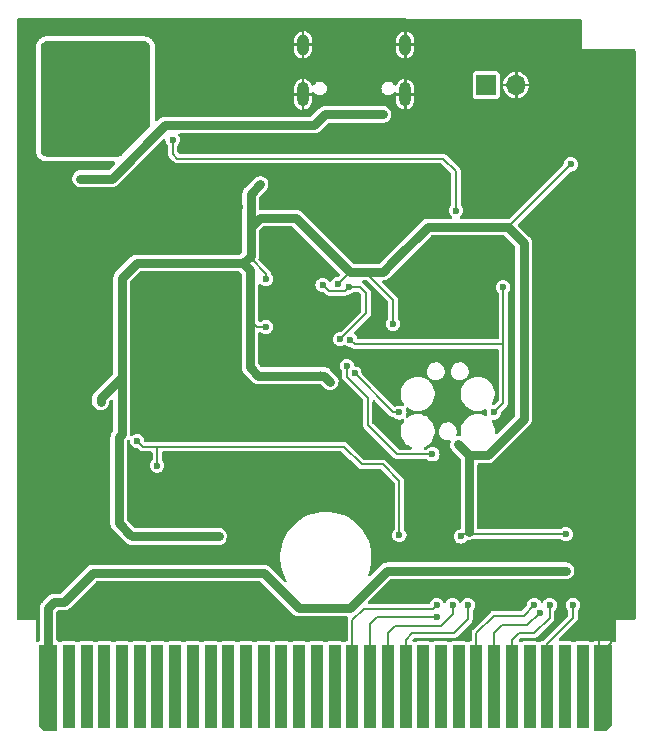
<source format=gbl>
G04 #@! TF.GenerationSoftware,KiCad,Pcbnew,7.0.11*
G04 #@! TF.CreationDate,2024-02-24T15:31:06+03:00*
G04 #@! TF.ProjectId,GameboyCartridgeV1.1,47616d65-626f-4794-9361-727472696467,rev?*
G04 #@! TF.SameCoordinates,Original*
G04 #@! TF.FileFunction,Copper,L2,Bot*
G04 #@! TF.FilePolarity,Positive*
%FSLAX46Y46*%
G04 Gerber Fmt 4.6, Leading zero omitted, Abs format (unit mm)*
G04 Created by KiCad (PCBNEW 7.0.11) date 2024-02-24 15:31:06*
%MOMM*%
%LPD*%
G01*
G04 APERTURE LIST*
G04 Aperture macros list*
%AMFreePoly0*
4,1,6,0.750000,-6.800000,-0.350000,-6.800000,-0.750000,-6.400000,-0.750000,0.500000,0.750000,0.500000,0.750000,-6.800000,0.750000,-6.800000,$1*%
%AMFreePoly1*
4,1,5,0.500000,-6.500000,-0.500000,-6.500000,-0.500000,0.500000,0.500000,0.500000,0.500000,-6.500000,0.500000,-6.500000,$1*%
%AMFreePoly2*
4,1,6,0.750000,-6.300000,0.250000,-6.800000,-0.750000,-6.800000,-0.750000,0.500000,0.750000,0.500000,0.750000,-6.300000,0.750000,-6.300000,$1*%
G04 Aperture macros list end*
G04 #@! TA.AperFunction,ComponentPad*
%ADD10O,1.000000X2.100000*%
G04 #@! TD*
G04 #@! TA.AperFunction,ComponentPad*
%ADD11O,1.000000X1.800000*%
G04 #@! TD*
G04 #@! TA.AperFunction,ConnectorPad*
%ADD12FreePoly0,0.000000*%
G04 #@! TD*
G04 #@! TA.AperFunction,ComponentPad*
%ADD13C,0.860000*%
G04 #@! TD*
G04 #@! TA.AperFunction,ConnectorPad*
%ADD14FreePoly1,0.000000*%
G04 #@! TD*
G04 #@! TA.AperFunction,ConnectorPad*
%ADD15FreePoly2,0.000000*%
G04 #@! TD*
G04 #@! TA.AperFunction,ComponentPad*
%ADD16R,1.700000X1.700000*%
G04 #@! TD*
G04 #@! TA.AperFunction,ComponentPad*
%ADD17O,1.700000X1.700000*%
G04 #@! TD*
G04 #@! TA.AperFunction,ViaPad*
%ADD18C,0.600000*%
G04 #@! TD*
G04 #@! TA.AperFunction,Conductor*
%ADD19C,0.200000*%
G04 #@! TD*
G04 #@! TA.AperFunction,Conductor*
%ADD20C,0.800000*%
G04 #@! TD*
G04 #@! TA.AperFunction,Conductor*
%ADD21C,0.500000*%
G04 #@! TD*
G04 APERTURE END LIST*
D10*
G04 #@! TO.P,J1,S1,SHIELD*
G04 #@! TO.N,GND*
X118480000Y-62165000D03*
D11*
X118480000Y-57985000D03*
D10*
X109840000Y-62165000D03*
D11*
X109840000Y-57985000D03*
G04 #@! TD*
D12*
G04 #@! TO.P,U3,1,VCC*
G04 #@! TO.N,VCC*
X88266962Y-109283715D03*
D13*
X88266962Y-109283715D03*
D14*
G04 #@! TO.P,U3,2,CLK~{}*
G04 #@! TO.N,GB_CLK*
X90016962Y-109283715D03*
D13*
X90016962Y-109283715D03*
D14*
G04 #@! TO.P,U3,3,WR*
G04 #@! TO.N,unconnected-(U3-WR-Pad3)*
X91516962Y-109283715D03*
D13*
X91516962Y-109283715D03*
D14*
G04 #@! TO.P,U3,4,RD*
G04 #@! TO.N,GB_RD*
X93016962Y-109283715D03*
D13*
X93016962Y-109283715D03*
D14*
G04 #@! TO.P,U3,5,CS*
G04 #@! TO.N,unconnected-(U3-CS-Pad5)*
X94516962Y-109283715D03*
D13*
X94516962Y-109283715D03*
D14*
G04 #@! TO.P,U3,6,A0*
G04 #@! TO.N,GB_A0*
X96016962Y-109283715D03*
D13*
X96016962Y-109283715D03*
D14*
G04 #@! TO.P,U3,7,A1*
G04 #@! TO.N,GB_A1*
X97516962Y-109283715D03*
D13*
X97516962Y-109283715D03*
D14*
G04 #@! TO.P,U3,8,A2*
G04 #@! TO.N,GB_A2*
X99016962Y-109283715D03*
D13*
X99016962Y-109283715D03*
D14*
G04 #@! TO.P,U3,9,A3*
G04 #@! TO.N,GB_A3*
X100516962Y-109283715D03*
D13*
X100516962Y-109283715D03*
D14*
G04 #@! TO.P,U3,10,A4*
G04 #@! TO.N,GB_A4*
X102016962Y-109283715D03*
D13*
X102016962Y-109283715D03*
D14*
G04 #@! TO.P,U3,11,A5*
G04 #@! TO.N,GB_A5*
X103516962Y-109283715D03*
D13*
X103516962Y-109283715D03*
D14*
G04 #@! TO.P,U3,12,A6*
G04 #@! TO.N,GB_A6*
X105016962Y-109283715D03*
D13*
X105016962Y-109283715D03*
D14*
G04 #@! TO.P,U3,13,A7*
G04 #@! TO.N,GB_A7*
X106516962Y-109283715D03*
D13*
X106516962Y-109283715D03*
D14*
G04 #@! TO.P,U3,14,A8*
G04 #@! TO.N,GB_A8*
X108016962Y-109283715D03*
D13*
X108016962Y-109283715D03*
D14*
G04 #@! TO.P,U3,15,A9*
G04 #@! TO.N,GB_A9*
X109516962Y-109283715D03*
D13*
X109516962Y-109283715D03*
D14*
G04 #@! TO.P,U3,16,A10*
G04 #@! TO.N,GB_A10*
X111016962Y-109283715D03*
D13*
X111016962Y-109283715D03*
D14*
G04 #@! TO.P,U3,17,A11*
G04 #@! TO.N,GB_A11*
X112516962Y-109283715D03*
D13*
X112516962Y-109283715D03*
D14*
G04 #@! TO.P,U3,18,A12*
G04 #@! TO.N,GB_A12*
X114016962Y-109283715D03*
D13*
X114016962Y-109283715D03*
D14*
G04 #@! TO.P,U3,19,A13*
G04 #@! TO.N,GB_A13*
X115516962Y-109283715D03*
D13*
X115516962Y-109283715D03*
D14*
G04 #@! TO.P,U3,20,A14*
G04 #@! TO.N,GB_A14*
X117016962Y-109283715D03*
D13*
X117016962Y-109283715D03*
D14*
G04 #@! TO.P,U3,21,A15*
G04 #@! TO.N,GB_A15*
X118516962Y-109283715D03*
D13*
X118516962Y-109283715D03*
D14*
G04 #@! TO.P,U3,22,D0*
G04 #@! TO.N,GB_D0*
X120016962Y-109283715D03*
D13*
X120016962Y-109283715D03*
D14*
G04 #@! TO.P,U3,23,D1*
G04 #@! TO.N,GB_D1*
X121516962Y-109283715D03*
D13*
X121516962Y-109283715D03*
D14*
G04 #@! TO.P,U3,24,D2*
G04 #@! TO.N,GB_D2*
X123016962Y-109283715D03*
D13*
X123016962Y-109283715D03*
D14*
G04 #@! TO.P,U3,25,D3*
G04 #@! TO.N,GB_D3*
X124516962Y-109283715D03*
D13*
X124516962Y-109283715D03*
D14*
G04 #@! TO.P,U3,26,D4*
G04 #@! TO.N,GB_D4*
X126016962Y-109283715D03*
D13*
X126016962Y-109283715D03*
D14*
G04 #@! TO.P,U3,27,D5*
G04 #@! TO.N,GB_D5*
X127516962Y-109283715D03*
D13*
X127516962Y-109283715D03*
D14*
G04 #@! TO.P,U3,28,D6*
G04 #@! TO.N,GB_D6*
X129016962Y-109283715D03*
D13*
X129016962Y-109283715D03*
D14*
G04 #@! TO.P,U3,29,D7*
G04 #@! TO.N,GB_D7*
X130516962Y-109283715D03*
D13*
X130516962Y-109283715D03*
D14*
G04 #@! TO.P,U3,30,RST*
G04 #@! TO.N,GB_RST*
X132016962Y-109283715D03*
D13*
X132016962Y-109283715D03*
D14*
G04 #@! TO.P,U3,31,SND*
G04 #@! TO.N,unconnected-(U3-SND-Pad31)*
X133516962Y-109283715D03*
D13*
X133516962Y-109283715D03*
D15*
G04 #@! TO.P,U3,32,GND*
G04 #@! TO.N,GND*
X135266962Y-109283715D03*
D13*
X135266962Y-109283715D03*
G04 #@! TD*
D16*
G04 #@! TO.P,J2,1,Pin_1*
G04 #@! TO.N,Net-(J2-Pin_1)*
X125345000Y-61375000D03*
D17*
G04 #@! TO.P,J2,2,Pin_2*
G04 #@! TO.N,GND*
X127885000Y-61375000D03*
G04 #@! TD*
D18*
G04 #@! TO.N,+3V3*
X112141000Y-86487000D03*
G04 #@! TO.N,GND*
X95758000Y-79248000D03*
X124500000Y-85400000D03*
X124100000Y-65300000D03*
X137700000Y-104200000D03*
X112800000Y-79500000D03*
X85900000Y-76200000D03*
X114706400Y-88239600D03*
X127900000Y-56200000D03*
X105400000Y-105300000D03*
X85900000Y-94200000D03*
X85900000Y-100200000D03*
X135000000Y-67600000D03*
X137700000Y-106200000D03*
X133953022Y-87630570D03*
X106807000Y-100965000D03*
X108585000Y-97917000D03*
X85900000Y-92200000D03*
X118500000Y-71600000D03*
X92710000Y-75057000D03*
X95885000Y-98044000D03*
X121900000Y-56200000D03*
X110200000Y-83000000D03*
X108305600Y-84759800D03*
X116586000Y-101219000D03*
X99314000Y-78740000D03*
X85900000Y-62200000D03*
X90932000Y-74168000D03*
X135000000Y-60900000D03*
X116900000Y-66500000D03*
X85900000Y-102200000D03*
X85900000Y-78200000D03*
X98171000Y-68199000D03*
X85900000Y-66200000D03*
X129540000Y-100965000D03*
X85900000Y-68200000D03*
X130700000Y-76900000D03*
X91900000Y-56200000D03*
X85900000Y-64200000D03*
X134200000Y-96700000D03*
X137700000Y-70200000D03*
X121900000Y-58100000D03*
X134200000Y-105400000D03*
X125900000Y-56200000D03*
X96600000Y-94000000D03*
X137700000Y-86200000D03*
X117602000Y-104648000D03*
X96700000Y-67900000D03*
X105800000Y-98000000D03*
X111800000Y-71300000D03*
X120650000Y-75946000D03*
X129900000Y-58000000D03*
X111700000Y-80700000D03*
X119900000Y-56200000D03*
X101473000Y-59309000D03*
X126600000Y-105300000D03*
X137700000Y-84200000D03*
X98552000Y-100965000D03*
X137700000Y-60200000D03*
X135890000Y-107950000D03*
X92100000Y-106500000D03*
X114935000Y-98044000D03*
X107800000Y-90000000D03*
X137700000Y-72200000D03*
X132000000Y-60900000D03*
X125300000Y-105300000D03*
X137700000Y-76200000D03*
X93400000Y-77400000D03*
X116332000Y-99822000D03*
X127900000Y-100900000D03*
X122809000Y-93218000D03*
X93726000Y-71628000D03*
X135000000Y-79700000D03*
X87376000Y-68326000D03*
X137700000Y-68200000D03*
X135000000Y-69700000D03*
X85900000Y-56200000D03*
X94600000Y-106500000D03*
X85900000Y-70200000D03*
X137700000Y-100200000D03*
X114900000Y-57700000D03*
X137700000Y-98200000D03*
X123900000Y-72400000D03*
X111900000Y-56200000D03*
X91821000Y-75057000D03*
X109900000Y-56200000D03*
X112800000Y-57700000D03*
X91900000Y-76600000D03*
X137700000Y-94200000D03*
X85900000Y-90200000D03*
X89900000Y-56200000D03*
X118700000Y-100000000D03*
X134874000Y-108204000D03*
X112800000Y-68800000D03*
X123300000Y-81600000D03*
X129900000Y-65300000D03*
X135000000Y-77800000D03*
X103000000Y-82800000D03*
X92200000Y-101550000D03*
X115900000Y-56200000D03*
X85900000Y-74200000D03*
X137700000Y-78200000D03*
X85900000Y-104200000D03*
X113900000Y-56200000D03*
X104600000Y-68300000D03*
X95800000Y-90400000D03*
X126800000Y-89700000D03*
X99900000Y-59300000D03*
X111350000Y-88650000D03*
X115849400Y-85852000D03*
X137700000Y-66200000D03*
X105900000Y-56200000D03*
X124800000Y-76900000D03*
X85900000Y-86200000D03*
X107900000Y-56200000D03*
X129532265Y-74450793D03*
X135000000Y-75700000D03*
X137700000Y-88200000D03*
X127900000Y-58000000D03*
X111700000Y-79500000D03*
X117602000Y-77724000D03*
X137700000Y-74200000D03*
X112700000Y-66500000D03*
X101900000Y-56200000D03*
X94742000Y-103886000D03*
X129900000Y-56200000D03*
X106900000Y-57900000D03*
X92200000Y-94200000D03*
X137700000Y-90200000D03*
X112400000Y-94250000D03*
X110363000Y-63754000D03*
X117900000Y-56200000D03*
X112800000Y-81800000D03*
X85900000Y-60200000D03*
X137700000Y-82200000D03*
X121100000Y-100000000D03*
X91000000Y-68200000D03*
X107200000Y-106500000D03*
X85900000Y-82200000D03*
X89500000Y-102100000D03*
X99900000Y-56200000D03*
X117905474Y-63864476D03*
X91900000Y-78700000D03*
X92700000Y-89300000D03*
X136400000Y-58900000D03*
X100300000Y-65900000D03*
X106700000Y-60100000D03*
X85900000Y-96200000D03*
X97900000Y-56200000D03*
X92200000Y-98100000D03*
X85900000Y-80200000D03*
X116900000Y-68800000D03*
X100457000Y-101092000D03*
X95300000Y-105400000D03*
X85900000Y-98200000D03*
X135000000Y-63200000D03*
X103900000Y-56200000D03*
X90932000Y-75057000D03*
X137700000Y-96200000D03*
X137700000Y-62200000D03*
X111700000Y-81800000D03*
X92500000Y-85400000D03*
X93700000Y-105400000D03*
X85900000Y-106200000D03*
X100700000Y-74700000D03*
X109220000Y-94234000D03*
X91821000Y-74168000D03*
X123900000Y-56200000D03*
X110600000Y-81800000D03*
X110600000Y-79500000D03*
X135000000Y-65200000D03*
X102700000Y-100900000D03*
X135000000Y-71700000D03*
X97000000Y-105400000D03*
X85900000Y-58200000D03*
X93900000Y-56200000D03*
X95900000Y-56200000D03*
X135300000Y-100900000D03*
X85900000Y-84200000D03*
X131900000Y-56200000D03*
X137700000Y-80200000D03*
X133550000Y-58900000D03*
X85900000Y-72200000D03*
X137700000Y-92200000D03*
X126275838Y-74456437D03*
X88800000Y-82900000D03*
X110600000Y-80700000D03*
X131300000Y-100900000D03*
X131900000Y-58000000D03*
X133477000Y-94107000D03*
X125349000Y-93853000D03*
X117000000Y-71600000D03*
X112800000Y-80700000D03*
X104500000Y-71700000D03*
X102900000Y-77800000D03*
X92710000Y-74168000D03*
X87900000Y-56200000D03*
X127500000Y-77900000D03*
X125900000Y-58100000D03*
X116078000Y-89916000D03*
X137700000Y-102200000D03*
X137700000Y-64200000D03*
X89789000Y-72898000D03*
X105537000Y-58420000D03*
X85900000Y-88200000D03*
X135000000Y-73700000D03*
X125300000Y-97000000D03*
G04 #@! TO.N,+3V3*
X102700000Y-99600000D03*
X123200000Y-99600000D03*
X106700849Y-81844649D03*
X94488000Y-63246000D03*
X94488000Y-60452000D03*
X117500000Y-76300000D03*
X132100000Y-99400000D03*
X106200000Y-69800000D03*
X132500000Y-68100000D03*
X115100000Y-77200000D03*
X117460000Y-81600000D03*
X95200000Y-99450000D03*
X123000000Y-91800000D03*
X106700000Y-77800000D03*
X95631000Y-62357000D03*
X94488000Y-61468000D03*
X92700000Y-88200000D03*
X95631000Y-61468000D03*
X95631000Y-63246000D03*
X94500000Y-77700000D03*
X112800000Y-78200000D03*
X94488000Y-62357000D03*
X95631000Y-60452000D03*
G04 #@! TO.N,SWDIO*
X120800000Y-92650000D03*
X113543466Y-85156974D03*
G04 #@! TO.N,RST*
X126800000Y-78500000D03*
X113850000Y-82950000D03*
X126000000Y-89100000D03*
G04 #@! TO.N,SWCLK*
X118000000Y-89100000D03*
X114200000Y-85800500D03*
G04 #@! TO.N,VCC*
X123200000Y-102500000D03*
X132100000Y-102500000D03*
X88265112Y-106594801D03*
X88272528Y-105663384D03*
X102700000Y-102700000D03*
G04 #@! TO.N,VBUS*
X111705474Y-63864476D03*
X91000000Y-69300000D03*
X116605474Y-63864476D03*
G04 #@! TO.N,GB_A12*
X121174500Y-105400000D03*
G04 #@! TO.N,GB_A13*
X121200000Y-106400000D03*
G04 #@! TO.N,GB_A14*
X122500000Y-105400000D03*
G04 #@! TO.N,GB_A15*
X123800000Y-105400000D03*
G04 #@! TO.N,GB_D3*
X129424500Y-105400000D03*
G04 #@! TO.N,GB_D4*
X129904610Y-106039295D03*
G04 #@! TO.N,GB_D5*
X130724500Y-105400000D03*
G04 #@! TO.N,GB_D7*
X132700000Y-105400000D03*
G04 #@! TO.N,+1V1*
X111500000Y-78300000D03*
X113000000Y-82900000D03*
X113700000Y-78500000D03*
G04 #@! TO.N,POWER_GOOD*
X118000000Y-99500000D03*
X95800000Y-91500000D03*
X97500000Y-93600000D03*
G04 #@! TO.N,LED_DIN*
X122800000Y-72009000D03*
X98800000Y-66000000D03*
G04 #@! TD*
D19*
G04 #@! TO.N,LED_DIN*
X98800000Y-67200000D02*
X98800000Y-66000000D01*
X121700000Y-67600000D02*
X99200000Y-67600000D01*
X99200000Y-67600000D02*
X98800000Y-67200000D01*
X122800000Y-68700000D02*
X121700000Y-67600000D01*
X122800000Y-72009000D02*
X122800000Y-68700000D01*
G04 #@! TO.N,+3V3*
X106700000Y-77800000D02*
X106700000Y-77343000D01*
X105493500Y-76136500D02*
X106700000Y-77343000D01*
X104775000Y-76454000D02*
X105092500Y-76136500D01*
X105092500Y-76136500D02*
X105493500Y-76136500D01*
D20*
X105354000Y-85288000D02*
X105354000Y-80518000D01*
X106045000Y-85979000D02*
X105354000Y-85288000D01*
X112141000Y-86487000D02*
X111633000Y-85979000D01*
X111633000Y-85979000D02*
X106045000Y-85979000D01*
D19*
X112141000Y-86487000D02*
X111300000Y-85646000D01*
D20*
X92700000Y-87894000D02*
X94488000Y-86106000D01*
X92700000Y-88200000D02*
X92700000Y-87894000D01*
X123910000Y-92710000D02*
X123910000Y-99188000D01*
D19*
X117475000Y-79575000D02*
X117475000Y-81361000D01*
X117475000Y-81361000D02*
X117348000Y-81488000D01*
X115100000Y-77200000D02*
X117475000Y-79575000D01*
D20*
X105410000Y-70590000D02*
X106200000Y-69800000D01*
X105410000Y-73406000D02*
X105410000Y-70590000D01*
X106172000Y-72644000D02*
X109220000Y-72644000D01*
X109220000Y-72644000D02*
X113788000Y-77212000D01*
X105410000Y-75819000D02*
X105410000Y-73406000D01*
X105410000Y-73406000D02*
X106172000Y-72644000D01*
X104775000Y-76454000D02*
X105410000Y-75819000D01*
X95746000Y-76454000D02*
X94500000Y-77700000D01*
X104775000Y-76454000D02*
X95746000Y-76454000D01*
X104775000Y-76454000D02*
X105354000Y-77033000D01*
X105354000Y-77033000D02*
X105354000Y-80518000D01*
X105354000Y-81224000D02*
X105354000Y-80518000D01*
D19*
X106700849Y-81844649D02*
X105974649Y-81844649D01*
X105974649Y-81844649D02*
X105354000Y-81224000D01*
G04 #@! TO.N,+1V1*
X113400000Y-78800000D02*
X113700000Y-78500000D01*
X112000000Y-78800000D02*
X113400000Y-78800000D01*
X111500000Y-78300000D02*
X112000000Y-78800000D01*
X115189000Y-80711000D02*
X113000000Y-82900000D01*
X115189000Y-78994000D02*
X115189000Y-80711000D01*
X114695000Y-78500000D02*
X115189000Y-78994000D01*
X113700000Y-78500000D02*
X114695000Y-78500000D01*
X111500000Y-78300000D02*
X111500000Y-78500000D01*
G04 #@! TO.N,GND*
X134874000Y-108890753D02*
X135266962Y-109283715D01*
X135890000Y-107950000D02*
X135890000Y-108660677D01*
X135890000Y-108660677D02*
X135266962Y-109283715D01*
X134874000Y-108204000D02*
X134874000Y-108890753D01*
G04 #@! TO.N,+3V3*
X132500000Y-68100000D02*
X127194000Y-73406000D01*
X112800000Y-78200000D02*
X113788000Y-77212000D01*
D20*
X94488000Y-86106000D02*
X94488000Y-90932000D01*
D21*
X94500000Y-77700000D02*
X94488000Y-77712000D01*
X95189339Y-99450000D02*
X95200000Y-99450000D01*
D20*
X127194000Y-73406000D02*
X120394000Y-73406000D01*
X113800000Y-77200000D02*
X115100000Y-77200000D01*
X123910000Y-92710000D02*
X123000000Y-91800000D01*
D19*
X123400000Y-99400000D02*
X123200000Y-99600000D01*
D20*
X116602000Y-77200000D02*
X115100000Y-77200000D01*
D21*
X117500000Y-76300000D02*
X117500000Y-76302000D01*
D20*
X94488000Y-90932000D02*
X94234000Y-91186000D01*
X94488000Y-77712000D02*
X94488000Y-86106000D01*
X128524000Y-89662000D02*
X125476000Y-92710000D01*
X120394000Y-73406000D02*
X117500000Y-76300000D01*
D19*
X132100000Y-99400000D02*
X123698000Y-99400000D01*
D20*
X125476000Y-92710000D02*
X123910000Y-92710000D01*
X94234000Y-91186000D02*
X94234000Y-98494661D01*
D21*
X113788000Y-77212000D02*
X113800000Y-77200000D01*
D20*
X127194000Y-73406000D02*
X128524000Y-74736000D01*
X128524000Y-74736000D02*
X128524000Y-89662000D01*
X117500000Y-76302000D02*
X116602000Y-77200000D01*
X94234000Y-98494661D02*
X95189339Y-99450000D01*
D21*
X95350000Y-99600000D02*
X95200000Y-99450000D01*
D19*
X123698000Y-99400000D02*
X123400000Y-99400000D01*
D20*
X102700000Y-99600000D02*
X95350000Y-99600000D01*
D19*
G04 #@! TO.N,SWDIO*
X117796000Y-92650000D02*
X115316000Y-90170000D01*
X113543466Y-86073466D02*
X113543466Y-85156974D01*
X115316000Y-87846000D02*
X113543466Y-86073466D01*
X120800000Y-92650000D02*
X117796000Y-92650000D01*
X115316000Y-90170000D02*
X115316000Y-87846000D01*
G04 #@! TO.N,RST*
X126800000Y-88300000D02*
X126800000Y-83300000D01*
X113850000Y-82950000D02*
X114200000Y-83300000D01*
X126800000Y-83300000D02*
X126800000Y-78500000D01*
X126000000Y-89100000D02*
X126800000Y-88300000D01*
X114200000Y-83300000D02*
X126800000Y-83300000D01*
G04 #@! TO.N,SWCLK*
X114200000Y-85800500D02*
X117499500Y-89100000D01*
X118000000Y-89100000D02*
X117499500Y-89100000D01*
D20*
G04 #@! TO.N,VCC*
X132100000Y-102500000D02*
X123200000Y-102500000D01*
X109474000Y-105664000D02*
X106510000Y-102700000D01*
X102700000Y-102700000D02*
X92032000Y-102700000D01*
X92032000Y-102700000D02*
X89576000Y-105156000D01*
X89576000Y-105156000D02*
X88779912Y-105156000D01*
X123200000Y-102500000D02*
X116956000Y-102500000D01*
X106510000Y-102700000D02*
X102700000Y-102700000D01*
X116956000Y-102500000D02*
X113792000Y-105664000D01*
X113792000Y-105664000D02*
X109474000Y-105664000D01*
X88266962Y-105668950D02*
X88266962Y-109283715D01*
X88779912Y-105156000D02*
X88272528Y-105663384D01*
D21*
X88272528Y-105663384D02*
X88266962Y-105668950D01*
D20*
G04 #@! TO.N,VBUS*
X110799950Y-64770000D02*
X98171000Y-64770000D01*
X111705474Y-63864476D02*
X110799950Y-64770000D01*
X98171000Y-64770000D02*
X93641000Y-69300000D01*
X116605474Y-63864476D02*
X111705474Y-63864476D01*
X93641000Y-69300000D02*
X91000000Y-69300000D01*
D19*
G04 #@! TO.N,GB_A12*
X114016962Y-106683038D02*
X115000000Y-105700000D01*
X115000000Y-105700000D02*
X120874500Y-105700000D01*
X120874500Y-105700000D02*
X121174500Y-105400000D01*
X114016962Y-109283715D02*
X114016962Y-106683038D01*
G04 #@! TO.N,GB_A13*
X115516962Y-109283715D02*
X115516962Y-106983038D01*
X115516962Y-106983038D02*
X116100000Y-106400000D01*
X116100000Y-106400000D02*
X121200000Y-106400000D01*
G04 #@! TO.N,GB_A14*
X117016962Y-109283715D02*
X117016962Y-107783038D01*
X122500000Y-106200000D02*
X122500000Y-105400000D01*
X117016962Y-107783038D02*
X117600000Y-107200000D01*
X117600000Y-107200000D02*
X121500000Y-107200000D01*
X121500000Y-107200000D02*
X122500000Y-106200000D01*
G04 #@! TO.N,GB_A15*
X118516962Y-108383038D02*
X119100000Y-107800000D01*
X118516962Y-109283715D02*
X118516962Y-108383038D01*
X119100000Y-107800000D02*
X122600000Y-107800000D01*
X122600000Y-107800000D02*
X123800000Y-106600000D01*
X123800000Y-106600000D02*
X123800000Y-105400000D01*
G04 #@! TO.N,GB_D3*
X126000000Y-106300000D02*
X128524500Y-106300000D01*
X124516962Y-109283715D02*
X124516962Y-107783038D01*
X128524500Y-106300000D02*
X129424500Y-105400000D01*
X124516962Y-107783038D02*
X126000000Y-106300000D01*
G04 #@! TO.N,GB_D4*
X128843905Y-107100000D02*
X129904610Y-106039295D01*
X126016962Y-109283715D02*
X126016962Y-107783038D01*
X126016962Y-107783038D02*
X126700000Y-107100000D01*
X126700000Y-107100000D02*
X128843905Y-107100000D01*
G04 #@! TO.N,GB_D5*
X127516962Y-108383038D02*
X127516962Y-109283715D01*
X129400000Y-107800000D02*
X128100000Y-107800000D01*
X130724500Y-106475500D02*
X129400000Y-107800000D01*
X130724500Y-105400000D02*
X130724500Y-106475500D01*
X128100000Y-107800000D02*
X127516962Y-108383038D01*
G04 #@! TO.N,GB_D7*
X132700000Y-106500000D02*
X132700000Y-105400000D01*
X130516962Y-108683038D02*
X132700000Y-106500000D01*
X130516962Y-109283715D02*
X130516962Y-108683038D01*
G04 #@! TO.N,POWER_GOOD*
X114800000Y-93500000D02*
X113300000Y-92000000D01*
X97500000Y-93600000D02*
X97500000Y-92000000D01*
X113300000Y-92000000D02*
X97500000Y-92000000D01*
X97500000Y-92000000D02*
X96300000Y-92000000D01*
X118000000Y-94900000D02*
X116600000Y-93500000D01*
X116600000Y-93500000D02*
X114800000Y-93500000D01*
X118000000Y-99500000D02*
X118000000Y-94900000D01*
X96300000Y-92000000D02*
X95800000Y-91500000D01*
G04 #@! TD*
G04 #@! TA.AperFunction,Conductor*
G04 #@! TO.N,+3V3*
G36*
X96407433Y-57658847D02*
G01*
X96422739Y-57660862D01*
X96517489Y-57673336D01*
X96542447Y-57680023D01*
X96638960Y-57720000D01*
X96661336Y-57732918D01*
X96744216Y-57796515D01*
X96762484Y-57814783D01*
X96826079Y-57897660D01*
X96839001Y-57920042D01*
X96878975Y-58016548D01*
X96885664Y-58041512D01*
X96900153Y-58151566D01*
X96901000Y-58164488D01*
X96901000Y-64683404D01*
X96900153Y-64696326D01*
X96885664Y-64806380D01*
X96878975Y-64831344D01*
X96839000Y-64927852D01*
X96826078Y-64950233D01*
X96758507Y-65038293D01*
X96749969Y-65048030D01*
X94512030Y-67285969D01*
X94502293Y-67294507D01*
X94414233Y-67362078D01*
X94391852Y-67375000D01*
X94295344Y-67414975D01*
X94270380Y-67421664D01*
X94160327Y-67436153D01*
X94147405Y-67437000D01*
X88136488Y-67437000D01*
X88123566Y-67436153D01*
X88013512Y-67421664D01*
X87988548Y-67414975D01*
X87892042Y-67375001D01*
X87869660Y-67362079D01*
X87869659Y-67362078D01*
X87786783Y-67298484D01*
X87768515Y-67280216D01*
X87704918Y-67197336D01*
X87692000Y-67174960D01*
X87652023Y-67078447D01*
X87645336Y-67053489D01*
X87630847Y-66943432D01*
X87630000Y-66930511D01*
X87630000Y-58164488D01*
X87630847Y-58151567D01*
X87632511Y-58138923D01*
X87645336Y-58041508D01*
X87652022Y-58016554D01*
X87692001Y-57920035D01*
X87704916Y-57897666D01*
X87768518Y-57814779D01*
X87786779Y-57796518D01*
X87869666Y-57732916D01*
X87892035Y-57720001D01*
X87988554Y-57680022D01*
X88013508Y-57673336D01*
X88110923Y-57660511D01*
X88123567Y-57658847D01*
X88136488Y-57658000D01*
X96394512Y-57658000D01*
X96407433Y-57658847D01*
G37*
G04 #@! TD.AperFunction*
G04 #@! TD*
G04 #@! TA.AperFunction,Conductor*
G04 #@! TO.N,GND*
G36*
X126919520Y-74126185D02*
G01*
X126940162Y-74142819D01*
X127787181Y-74989838D01*
X127820666Y-75051161D01*
X127823500Y-75077519D01*
X127823500Y-89320480D01*
X127803815Y-89387519D01*
X127787181Y-89408161D01*
X126293631Y-90901711D01*
X126232308Y-90935196D01*
X126162616Y-90930212D01*
X126106683Y-90888340D01*
X126082266Y-90822876D01*
X126081950Y-90814030D01*
X126081950Y-90570518D01*
X126058653Y-90430909D01*
X126042617Y-90334809D01*
X125965025Y-90108790D01*
X125851289Y-89898625D01*
X125851287Y-89898623D01*
X125851287Y-89898622D01*
X125848483Y-89894330D01*
X125849912Y-89893396D01*
X125827030Y-89835428D01*
X125840585Y-89766885D01*
X125889044Y-89716552D01*
X125957023Y-89700408D01*
X125966702Y-89701298D01*
X126000000Y-89705682D01*
X126000001Y-89705682D01*
X126052254Y-89698802D01*
X126156762Y-89685044D01*
X126302841Y-89624536D01*
X126428282Y-89528282D01*
X126524536Y-89402841D01*
X126585044Y-89256762D01*
X126605682Y-89100000D01*
X126605681Y-89099997D01*
X126606144Y-89096485D01*
X126634410Y-89032589D01*
X126641389Y-89025002D01*
X127105484Y-88560909D01*
X127105484Y-88560908D01*
X127112552Y-88553841D01*
X127112557Y-88553834D01*
X127128050Y-88538342D01*
X127138109Y-88518598D01*
X127148269Y-88502018D01*
X127161296Y-88484089D01*
X127168142Y-88463017D01*
X127175588Y-88445043D01*
X127185645Y-88425305D01*
X127185646Y-88425304D01*
X127189112Y-88403416D01*
X127193651Y-88384510D01*
X127200500Y-88363433D01*
X127200500Y-88236567D01*
X127200500Y-83341275D01*
X127202027Y-83321876D01*
X127205492Y-83300000D01*
X127205492Y-83299999D01*
X127202027Y-83278123D01*
X127200500Y-83258724D01*
X127200500Y-79006580D01*
X127220185Y-78939541D01*
X127226124Y-78931093D01*
X127228279Y-78928283D01*
X127228282Y-78928282D01*
X127324536Y-78802841D01*
X127385044Y-78656762D01*
X127405682Y-78500000D01*
X127399989Y-78456760D01*
X127385044Y-78343239D01*
X127385044Y-78343238D01*
X127324536Y-78197159D01*
X127228282Y-78071718D01*
X127102841Y-77975464D01*
X127057690Y-77956762D01*
X126956762Y-77914956D01*
X126956760Y-77914955D01*
X126800001Y-77894318D01*
X126799999Y-77894318D01*
X126643239Y-77914955D01*
X126643237Y-77914956D01*
X126497160Y-77975463D01*
X126371718Y-78071718D01*
X126275463Y-78197160D01*
X126214956Y-78343237D01*
X126214955Y-78343239D01*
X126194318Y-78499998D01*
X126194318Y-78500001D01*
X126214955Y-78656760D01*
X126214956Y-78656762D01*
X126275464Y-78802841D01*
X126371718Y-78928282D01*
X126371720Y-78928283D01*
X126373876Y-78931093D01*
X126399070Y-78996263D01*
X126399500Y-79006580D01*
X126399500Y-82775500D01*
X126379815Y-82842539D01*
X126327011Y-82888294D01*
X126275500Y-82899500D01*
X114557778Y-82899500D01*
X114490739Y-82879815D01*
X114444984Y-82827011D01*
X114437512Y-82800990D01*
X114437147Y-82801088D01*
X114435044Y-82793243D01*
X114435044Y-82793238D01*
X114374536Y-82647159D01*
X114278282Y-82521718D01*
X114278280Y-82521717D01*
X114278280Y-82521716D01*
X114246184Y-82497088D01*
X114201691Y-82462948D01*
X114160490Y-82406522D01*
X114156335Y-82336776D01*
X114189496Y-82276895D01*
X115494483Y-80971909D01*
X115517050Y-80949342D01*
X115527109Y-80929597D01*
X115537271Y-80913014D01*
X115550296Y-80895090D01*
X115557141Y-80874022D01*
X115564586Y-80856045D01*
X115574646Y-80836304D01*
X115578112Y-80814415D01*
X115582652Y-80795501D01*
X115589499Y-80774433D01*
X115589499Y-80747654D01*
X115589500Y-80747629D01*
X115589500Y-78958080D01*
X115589499Y-78958065D01*
X115589499Y-78930568D01*
X115589499Y-78930567D01*
X115582653Y-78909501D01*
X115578111Y-78890580D01*
X115574646Y-78868696D01*
X115564586Y-78848952D01*
X115557140Y-78830974D01*
X115550297Y-78809913D01*
X115550296Y-78809912D01*
X115550296Y-78809910D01*
X115537269Y-78791981D01*
X115527104Y-78775392D01*
X115517050Y-78755658D01*
X115427342Y-78665950D01*
X114952813Y-78191419D01*
X114952782Y-78191390D01*
X114933342Y-78171950D01*
X114933340Y-78171949D01*
X114913600Y-78161890D01*
X114897014Y-78151726D01*
X114879092Y-78138705D01*
X114871792Y-78134986D01*
X114820995Y-78087012D01*
X114804199Y-78019192D01*
X114826735Y-77953056D01*
X114881449Y-77909604D01*
X114928085Y-77900500D01*
X115057628Y-77900500D01*
X115182745Y-77900500D01*
X115249784Y-77920185D01*
X115270426Y-77936819D01*
X117038181Y-79704573D01*
X117071666Y-79765896D01*
X117074500Y-79792254D01*
X117074500Y-81077739D01*
X117054815Y-81144778D01*
X117036357Y-81164856D01*
X117037468Y-81165967D01*
X117031724Y-81171711D01*
X117031719Y-81171716D01*
X117031718Y-81171718D01*
X116980116Y-81238967D01*
X116935463Y-81297160D01*
X116874956Y-81443237D01*
X116874955Y-81443239D01*
X116854318Y-81599998D01*
X116854318Y-81600001D01*
X116874955Y-81756760D01*
X116874956Y-81756762D01*
X116935464Y-81902841D01*
X117031718Y-82028282D01*
X117157159Y-82124536D01*
X117303238Y-82185044D01*
X117381619Y-82195363D01*
X117459999Y-82205682D01*
X117460000Y-82205682D01*
X117460001Y-82205682D01*
X117512254Y-82198802D01*
X117616762Y-82185044D01*
X117762841Y-82124536D01*
X117888282Y-82028282D01*
X117984536Y-81902841D01*
X118045044Y-81756762D01*
X118065682Y-81600000D01*
X118045044Y-81443238D01*
X117984536Y-81297159D01*
X117984535Y-81297158D01*
X117984535Y-81297157D01*
X117901124Y-81188454D01*
X117875930Y-81123285D01*
X117875500Y-81112968D01*
X117875500Y-79539080D01*
X117875499Y-79539065D01*
X117875499Y-79511568D01*
X117875499Y-79511567D01*
X117868653Y-79490501D01*
X117864111Y-79471580D01*
X117860646Y-79449696D01*
X117850586Y-79429952D01*
X117843140Y-79411974D01*
X117836297Y-79390913D01*
X117836296Y-79390912D01*
X117836296Y-79390910D01*
X117823269Y-79372981D01*
X117813104Y-79356392D01*
X117803050Y-79336658D01*
X117713342Y-79246950D01*
X116580226Y-78113833D01*
X116546741Y-78052510D01*
X116551725Y-77982818D01*
X116593597Y-77926885D01*
X116645554Y-77904184D01*
X116699392Y-77894318D01*
X116703780Y-77893514D01*
X116711185Y-77892387D01*
X116714921Y-77891933D01*
X116770872Y-77885140D01*
X116780335Y-77881550D01*
X116801961Y-77875522D01*
X116802893Y-77875351D01*
X116811932Y-77873695D01*
X116866808Y-77848996D01*
X116873678Y-77846150D01*
X116929930Y-77824818D01*
X116938266Y-77819062D01*
X116957821Y-77808034D01*
X116967057Y-77803878D01*
X117014413Y-77766775D01*
X117020404Y-77762366D01*
X117069929Y-77728183D01*
X117109822Y-77683151D01*
X117114924Y-77677731D01*
X118025290Y-76767367D01*
X118027899Y-76764035D01*
X118037826Y-76752829D01*
X120647838Y-74142819D01*
X120709161Y-74109334D01*
X120735519Y-74106500D01*
X126852481Y-74106500D01*
X126919520Y-74126185D01*
G37*
G04 #@! TD.AperFunction*
G04 #@! TA.AperFunction,Conductor*
G36*
X115921703Y-88089042D02*
G01*
X115928181Y-88095074D01*
X117242913Y-89409807D01*
X117242933Y-89409825D01*
X117261158Y-89428050D01*
X117280898Y-89438108D01*
X117297487Y-89448274D01*
X117315409Y-89461295D01*
X117315410Y-89461295D01*
X117315411Y-89461296D01*
X117336480Y-89468142D01*
X117354449Y-89475584D01*
X117374196Y-89485646D01*
X117396082Y-89489112D01*
X117414997Y-89493653D01*
X117436067Y-89500500D01*
X117467981Y-89500500D01*
X117493420Y-89500500D01*
X117560459Y-89520185D01*
X117568907Y-89526124D01*
X117571716Y-89528279D01*
X117571718Y-89528282D01*
X117697159Y-89624536D01*
X117843238Y-89685044D01*
X117921619Y-89695363D01*
X117999999Y-89705682D01*
X118000000Y-89705682D01*
X118000001Y-89705682D01*
X118052254Y-89698802D01*
X118156762Y-89685044D01*
X118251853Y-89645655D01*
X118321320Y-89638187D01*
X118383799Y-89669462D01*
X118419452Y-89729550D01*
X118416959Y-89799376D01*
X118397158Y-89836379D01*
X118348712Y-89898623D01*
X118234975Y-90108788D01*
X118234973Y-90108793D01*
X118157383Y-90334806D01*
X118134241Y-90473491D01*
X118118050Y-90570517D01*
X118118050Y-90809483D01*
X118119963Y-90820948D01*
X118157383Y-91045193D01*
X118234973Y-91271206D01*
X118234975Y-91271211D01*
X118348712Y-91481377D01*
X118348716Y-91481383D01*
X118495481Y-91669946D01*
X118495483Y-91669948D01*
X118495487Y-91669953D01*
X118671301Y-91831801D01*
X118771328Y-91897152D01*
X118818975Y-91928282D01*
X118871356Y-91962504D01*
X118979479Y-92009931D01*
X118984069Y-92011944D01*
X119037555Y-92056900D01*
X119058245Y-92123635D01*
X119039571Y-92190963D01*
X118987461Y-92237507D01*
X118934259Y-92249500D01*
X118013255Y-92249500D01*
X117946216Y-92229815D01*
X117925574Y-92213181D01*
X115752819Y-90040426D01*
X115719334Y-89979103D01*
X115716500Y-89952745D01*
X115716500Y-88182755D01*
X115736185Y-88115716D01*
X115788989Y-88069961D01*
X115858147Y-88060017D01*
X115921703Y-88089042D01*
G37*
G04 #@! TD.AperFunction*
G04 #@! TA.AperFunction,Conductor*
G36*
X133320740Y-55791069D02*
G01*
X133387738Y-55810881D01*
X133433392Y-55863772D01*
X133444500Y-55915068D01*
X133444500Y-58279937D01*
X133442398Y-58290505D01*
X133442399Y-58309673D01*
X133444498Y-58314741D01*
X133444498Y-58314744D01*
X133444500Y-58314744D01*
X133444500Y-58314745D01*
X133450483Y-58329190D01*
X133470000Y-58337274D01*
X133489177Y-58337274D01*
X133499739Y-58335173D01*
X137876000Y-58335173D01*
X137943039Y-58354858D01*
X137988794Y-58407662D01*
X138000000Y-58459173D01*
X138000000Y-106550500D01*
X137980315Y-106617539D01*
X137927511Y-106663294D01*
X137876000Y-106674500D01*
X136399738Y-106674500D01*
X136389176Y-106672399D01*
X136370001Y-106672399D01*
X136370000Y-106672399D01*
X136364928Y-106674500D01*
X136357705Y-106677491D01*
X136350482Y-106680483D01*
X136342399Y-106699999D01*
X136342399Y-106719177D01*
X136344500Y-106729738D01*
X136344500Y-108411043D01*
X136324815Y-108478082D01*
X136272011Y-108523837D01*
X136202853Y-108533781D01*
X136155222Y-108516470D01*
X136127214Y-108499128D01*
X136016959Y-108478518D01*
X134516964Y-108478518D01*
X134488806Y-108479819D01*
X134488796Y-108479821D01*
X134380927Y-108510512D01*
X134380923Y-108510514D01*
X134343115Y-108539065D01*
X134277753Y-108563755D01*
X134209419Y-108549189D01*
X134203113Y-108545536D01*
X134127397Y-108498655D01*
X134127396Y-108498654D01*
X134127395Y-108498654D01*
X134016962Y-108478010D01*
X133016962Y-108478010D01*
X133015405Y-108478082D01*
X132988758Y-108479313D01*
X132988749Y-108479315D01*
X132880701Y-108510057D01*
X132880693Y-108510061D01*
X132842660Y-108538782D01*
X132777298Y-108563473D01*
X132708964Y-108548907D01*
X132702658Y-108545254D01*
X132627397Y-108498655D01*
X132627396Y-108498654D01*
X132627395Y-108498654D01*
X132516962Y-108478010D01*
X131587744Y-108478010D01*
X131520705Y-108458325D01*
X131474950Y-108405521D01*
X131465006Y-108336363D01*
X131494031Y-108272807D01*
X131500063Y-108266329D01*
X132124246Y-107642147D01*
X133005484Y-106760909D01*
X133005484Y-106760908D01*
X133012552Y-106753841D01*
X133012557Y-106753834D01*
X133028050Y-106738342D01*
X133038114Y-106718588D01*
X133048263Y-106702026D01*
X133061296Y-106684090D01*
X133068144Y-106663011D01*
X133075586Y-106645044D01*
X133085646Y-106625304D01*
X133089112Y-106603417D01*
X133093655Y-106584498D01*
X133098599Y-106569283D01*
X133100500Y-106563433D01*
X133100500Y-106436567D01*
X133100500Y-105906580D01*
X133120185Y-105839541D01*
X133126124Y-105831093D01*
X133128279Y-105828283D01*
X133128282Y-105828282D01*
X133224536Y-105702841D01*
X133285044Y-105556762D01*
X133305682Y-105400000D01*
X133285044Y-105243238D01*
X133224536Y-105097159D01*
X133128282Y-104971718D01*
X133002841Y-104875464D01*
X132856762Y-104814956D01*
X132856760Y-104814955D01*
X132700001Y-104794318D01*
X132699999Y-104794318D01*
X132543239Y-104814955D01*
X132543237Y-104814956D01*
X132397160Y-104875463D01*
X132271718Y-104971718D01*
X132175463Y-105097160D01*
X132114956Y-105243237D01*
X132114955Y-105243239D01*
X132094318Y-105399998D01*
X132094318Y-105400001D01*
X132114955Y-105556760D01*
X132114956Y-105556762D01*
X132167735Y-105684183D01*
X132175464Y-105702841D01*
X132271718Y-105828282D01*
X132271720Y-105828283D01*
X132273876Y-105831093D01*
X132299070Y-105896263D01*
X132299500Y-105906580D01*
X132299500Y-106282745D01*
X132279815Y-106349784D01*
X132263181Y-106370426D01*
X130211474Y-108422133D01*
X130191919Y-108441689D01*
X130130597Y-108475176D01*
X130104236Y-108478010D01*
X130016962Y-108478010D01*
X130015405Y-108478082D01*
X129988758Y-108479313D01*
X129988749Y-108479315D01*
X129880701Y-108510057D01*
X129880693Y-108510061D01*
X129842660Y-108538782D01*
X129777298Y-108563473D01*
X129708964Y-108548907D01*
X129702658Y-108545254D01*
X129627397Y-108498655D01*
X129627396Y-108498654D01*
X129627395Y-108498654D01*
X129516962Y-108478010D01*
X128516962Y-108478010D01*
X128515405Y-108478082D01*
X128488758Y-108479313D01*
X128488749Y-108479315D01*
X128380701Y-108510057D01*
X128380693Y-108510061D01*
X128342660Y-108538782D01*
X128277298Y-108563473D01*
X128208964Y-108548907D01*
X128202667Y-108545260D01*
X128161890Y-108520012D01*
X128115255Y-108467984D01*
X128104151Y-108399002D01*
X128132104Y-108334968D01*
X128139460Y-108326932D01*
X128229575Y-108236816D01*
X128290897Y-108203334D01*
X128317254Y-108200500D01*
X129463431Y-108200500D01*
X129463433Y-108200500D01*
X129484501Y-108193654D01*
X129503417Y-108189112D01*
X129525304Y-108185646D01*
X129545044Y-108175586D01*
X129563011Y-108168144D01*
X129584090Y-108161296D01*
X129602026Y-108148263D01*
X129618588Y-108138114D01*
X129638342Y-108128050D01*
X129653834Y-108112557D01*
X129653841Y-108112552D01*
X131037052Y-106729341D01*
X131037057Y-106729334D01*
X131052550Y-106713842D01*
X131062609Y-106694098D01*
X131072769Y-106677518D01*
X131085796Y-106659589D01*
X131092642Y-106638517D01*
X131100088Y-106620543D01*
X131110145Y-106600805D01*
X131110146Y-106600804D01*
X131113612Y-106578916D01*
X131118151Y-106560010D01*
X131125000Y-106538933D01*
X131125000Y-106412067D01*
X131125000Y-105906580D01*
X131144685Y-105839541D01*
X131150624Y-105831093D01*
X131152779Y-105828283D01*
X131152782Y-105828282D01*
X131249036Y-105702841D01*
X131309544Y-105556762D01*
X131330182Y-105400000D01*
X131309544Y-105243238D01*
X131249036Y-105097159D01*
X131152782Y-104971718D01*
X131027341Y-104875464D01*
X130881262Y-104814956D01*
X130881260Y-104814955D01*
X130724501Y-104794318D01*
X130724499Y-104794318D01*
X130567739Y-104814955D01*
X130567737Y-104814956D01*
X130421660Y-104875463D01*
X130296218Y-104971718D01*
X130199963Y-105097160D01*
X130189061Y-105123481D01*
X130145220Y-105177884D01*
X130078925Y-105199949D01*
X130011226Y-105182670D01*
X129963616Y-105131532D01*
X129959939Y-105123481D01*
X129958699Y-105120488D01*
X129949036Y-105097159D01*
X129852782Y-104971718D01*
X129727341Y-104875464D01*
X129581262Y-104814956D01*
X129581260Y-104814955D01*
X129424501Y-104794318D01*
X129424499Y-104794318D01*
X129267739Y-104814955D01*
X129267737Y-104814956D01*
X129121660Y-104875463D01*
X128996218Y-104971718D01*
X128899963Y-105097160D01*
X128839456Y-105243237D01*
X128839456Y-105243238D01*
X128818355Y-105403513D01*
X128790088Y-105467409D01*
X128783097Y-105475008D01*
X128394926Y-105863181D01*
X128333603Y-105896666D01*
X128307245Y-105899500D01*
X125963370Y-105899500D01*
X125963346Y-105899501D01*
X125936564Y-105899501D01*
X125915499Y-105906346D01*
X125896582Y-105910887D01*
X125874700Y-105914352D01*
X125874695Y-105914354D01*
X125854950Y-105924414D01*
X125836986Y-105931855D01*
X125815907Y-105938705D01*
X125797984Y-105951727D01*
X125781399Y-105961890D01*
X125761659Y-105971948D01*
X125750864Y-105982744D01*
X125739091Y-105994517D01*
X124211478Y-107522129D01*
X124211475Y-107522131D01*
X124211475Y-107522132D01*
X124200193Y-107533414D01*
X124188910Y-107544697D01*
X124188910Y-107544698D01*
X124178853Y-107564435D01*
X124168693Y-107581015D01*
X124155668Y-107598943D01*
X124155665Y-107598948D01*
X124148816Y-107620026D01*
X124141375Y-107637990D01*
X124131316Y-107657733D01*
X124127849Y-107679620D01*
X124123309Y-107698529D01*
X124116462Y-107719605D01*
X124116462Y-108355009D01*
X124096777Y-108422048D01*
X124043973Y-108467803D01*
X123998194Y-108478876D01*
X123988768Y-108479312D01*
X123988749Y-108479315D01*
X123880701Y-108510057D01*
X123880693Y-108510061D01*
X123842660Y-108538782D01*
X123777298Y-108563473D01*
X123708964Y-108548907D01*
X123702658Y-108545254D01*
X123627397Y-108498655D01*
X123627396Y-108498654D01*
X123627395Y-108498654D01*
X123516962Y-108478010D01*
X122516962Y-108478010D01*
X122515405Y-108478082D01*
X122488758Y-108479313D01*
X122488749Y-108479315D01*
X122380701Y-108510057D01*
X122380693Y-108510061D01*
X122342660Y-108538782D01*
X122277298Y-108563473D01*
X122208964Y-108548907D01*
X122202658Y-108545254D01*
X122127397Y-108498655D01*
X122127396Y-108498654D01*
X122127395Y-108498654D01*
X122016962Y-108478010D01*
X121016962Y-108478010D01*
X121015405Y-108478082D01*
X120988758Y-108479313D01*
X120988749Y-108479315D01*
X120880701Y-108510057D01*
X120880693Y-108510061D01*
X120842660Y-108538782D01*
X120777298Y-108563473D01*
X120708964Y-108548907D01*
X120702658Y-108545254D01*
X120627397Y-108498655D01*
X120627396Y-108498654D01*
X120627395Y-108498654D01*
X120516962Y-108478010D01*
X119516962Y-108478010D01*
X119515405Y-108478082D01*
X119488758Y-108479313D01*
X119488749Y-108479315D01*
X119380701Y-108510057D01*
X119380693Y-108510061D01*
X119342660Y-108538782D01*
X119277298Y-108563473D01*
X119208964Y-108548907D01*
X119202667Y-108545260D01*
X119161890Y-108520012D01*
X119115255Y-108467984D01*
X119104151Y-108399002D01*
X119132104Y-108334968D01*
X119139460Y-108326932D01*
X119229575Y-108236816D01*
X119290897Y-108203334D01*
X119317254Y-108200500D01*
X122663431Y-108200500D01*
X122663433Y-108200500D01*
X122684501Y-108193654D01*
X122703417Y-108189112D01*
X122725304Y-108185646D01*
X122745044Y-108175586D01*
X122763011Y-108168144D01*
X122784090Y-108161296D01*
X122802026Y-108148263D01*
X122818588Y-108138114D01*
X122838342Y-108128050D01*
X122853834Y-108112557D01*
X122853841Y-108112552D01*
X124105483Y-106860909D01*
X124128050Y-106838342D01*
X124138109Y-106818597D01*
X124148271Y-106802014D01*
X124161296Y-106784090D01*
X124168141Y-106763022D01*
X124175586Y-106745045D01*
X124185646Y-106725304D01*
X124189112Y-106703415D01*
X124193652Y-106684501D01*
X124200499Y-106663433D01*
X124200499Y-106636654D01*
X124200500Y-106636629D01*
X124200500Y-105906580D01*
X124220185Y-105839541D01*
X124226124Y-105831093D01*
X124228279Y-105828283D01*
X124228282Y-105828282D01*
X124324536Y-105702841D01*
X124385044Y-105556762D01*
X124405682Y-105400000D01*
X124385044Y-105243238D01*
X124324536Y-105097159D01*
X124228282Y-104971718D01*
X124102841Y-104875464D01*
X123956762Y-104814956D01*
X123956760Y-104814955D01*
X123800001Y-104794318D01*
X123799999Y-104794318D01*
X123643239Y-104814955D01*
X123643237Y-104814956D01*
X123497160Y-104875463D01*
X123371718Y-104971718D01*
X123275463Y-105097160D01*
X123264561Y-105123481D01*
X123220720Y-105177884D01*
X123154425Y-105199949D01*
X123086726Y-105182670D01*
X123039116Y-105131532D01*
X123035439Y-105123481D01*
X123034199Y-105120488D01*
X123024536Y-105097159D01*
X122928282Y-104971718D01*
X122802841Y-104875464D01*
X122656762Y-104814956D01*
X122656760Y-104814955D01*
X122500001Y-104794318D01*
X122499999Y-104794318D01*
X122343239Y-104814955D01*
X122343237Y-104814956D01*
X122197160Y-104875463D01*
X122071718Y-104971718D01*
X121975463Y-105097160D01*
X121951811Y-105154262D01*
X121907970Y-105208665D01*
X121841675Y-105230730D01*
X121773976Y-105213451D01*
X121726366Y-105162313D01*
X121722689Y-105154262D01*
X121709939Y-105123481D01*
X121699036Y-105097159D01*
X121602782Y-104971718D01*
X121477341Y-104875464D01*
X121331262Y-104814956D01*
X121331260Y-104814955D01*
X121174501Y-104794318D01*
X121174499Y-104794318D01*
X121017739Y-104814955D01*
X121017737Y-104814956D01*
X120871660Y-104875463D01*
X120746218Y-104971718D01*
X120649962Y-105097161D01*
X120597859Y-105222952D01*
X120554018Y-105277356D01*
X120487724Y-105299421D01*
X120483298Y-105299500D01*
X115446519Y-105299500D01*
X115379480Y-105279815D01*
X115333725Y-105227011D01*
X115323781Y-105157853D01*
X115352806Y-105094297D01*
X115358838Y-105087819D01*
X117209838Y-103236819D01*
X117271161Y-103203334D01*
X117297519Y-103200500D01*
X132142374Y-103200500D01*
X132184538Y-103195380D01*
X132268872Y-103185140D01*
X132427930Y-103124818D01*
X132567929Y-103028183D01*
X132680734Y-102900852D01*
X132686656Y-102889570D01*
X132759789Y-102750226D01*
X132759790Y-102750225D01*
X132800500Y-102585056D01*
X132800500Y-102414944D01*
X132759790Y-102249775D01*
X132743971Y-102219634D01*
X132680736Y-102099150D01*
X132639433Y-102052529D01*
X132567929Y-101971817D01*
X132458267Y-101896122D01*
X132427931Y-101875182D01*
X132268874Y-101814860D01*
X132268868Y-101814859D01*
X132142374Y-101799500D01*
X132142372Y-101799500D01*
X123242372Y-101799500D01*
X116980921Y-101799500D01*
X116973433Y-101799274D01*
X116913396Y-101795642D01*
X116913388Y-101795642D01*
X116854227Y-101806483D01*
X116846827Y-101807610D01*
X116787128Y-101814860D01*
X116787121Y-101814861D01*
X116777647Y-101818454D01*
X116756049Y-101824475D01*
X116746069Y-101826304D01*
X116691227Y-101850987D01*
X116684309Y-101853852D01*
X116628072Y-101875181D01*
X116628066Y-101875184D01*
X116619722Y-101880943D01*
X116600187Y-101891961D01*
X116590947Y-101896120D01*
X116590945Y-101896121D01*
X116543609Y-101933205D01*
X116537582Y-101937639D01*
X116488070Y-101971817D01*
X116488068Y-101971819D01*
X116448183Y-102016838D01*
X116443051Y-102022290D01*
X115562400Y-102902941D01*
X115501077Y-102936426D01*
X115431385Y-102931442D01*
X115375452Y-102889570D01*
X115351035Y-102824106D01*
X115360769Y-102766359D01*
X115389205Y-102700096D01*
X115389205Y-102700095D01*
X115389211Y-102700082D01*
X115506249Y-102327055D01*
X115584948Y-101944102D01*
X115624500Y-101555151D01*
X115624500Y-101164195D01*
X115584948Y-100775244D01*
X115506249Y-100392291D01*
X115477449Y-100300500D01*
X115389216Y-100019279D01*
X115389214Y-100019274D01*
X115389211Y-100019264D01*
X115276562Y-99756762D01*
X115235037Y-99659996D01*
X115201737Y-99600001D01*
X115045303Y-99318161D01*
X114821963Y-98997278D01*
X114821961Y-98997275D01*
X114567309Y-98700642D01*
X114538234Y-98673004D01*
X114283942Y-98431281D01*
X113990970Y-98204504D01*
X113974787Y-98191977D01*
X113974786Y-98191976D01*
X113974783Y-98191974D01*
X113643001Y-97985172D01*
X113642999Y-97985171D01*
X113643000Y-97985171D01*
X113292003Y-97813000D01*
X113291989Y-97812994D01*
X112925386Y-97677218D01*
X112851597Y-97658113D01*
X112546902Y-97579222D01*
X112546899Y-97579221D01*
X112546897Y-97579221D01*
X112160453Y-97520020D01*
X111929398Y-97508302D01*
X111867683Y-97505173D01*
X111672317Y-97505173D01*
X111622944Y-97507676D01*
X111379546Y-97520020D01*
X110993102Y-97579221D01*
X110614613Y-97677218D01*
X110248010Y-97812994D01*
X110247996Y-97813000D01*
X109896999Y-97985171D01*
X109565212Y-98191977D01*
X109256063Y-98431276D01*
X108972690Y-98700642D01*
X108718038Y-98997275D01*
X108494698Y-99318159D01*
X108304962Y-99659996D01*
X108150791Y-100019258D01*
X108150783Y-100019279D01*
X108033753Y-100392280D01*
X108033752Y-100392286D01*
X107955051Y-100775248D01*
X107915500Y-101164193D01*
X107915500Y-101555152D01*
X107954394Y-101937639D01*
X107955052Y-101944102D01*
X108011675Y-102219634D01*
X108033752Y-102327059D01*
X108033753Y-102327065D01*
X108150783Y-102700066D01*
X108150791Y-102700087D01*
X108304964Y-103059353D01*
X108430949Y-103286334D01*
X108446272Y-103354502D01*
X108422308Y-103420134D01*
X108366665Y-103462391D01*
X108297010Y-103467856D01*
X108235457Y-103434796D01*
X108234849Y-103434192D01*
X107022940Y-102222283D01*
X107017805Y-102216828D01*
X106977929Y-102171816D01*
X106977924Y-102171812D01*
X106928438Y-102137655D01*
X106922403Y-102133215D01*
X106875060Y-102096124D01*
X106875055Y-102096120D01*
X106865813Y-102091961D01*
X106846266Y-102080936D01*
X106837931Y-102075183D01*
X106837932Y-102075183D01*
X106837930Y-102075182D01*
X106781694Y-102053854D01*
X106774790Y-102050994D01*
X106719932Y-102026305D01*
X106719930Y-102026304D01*
X106709946Y-102024474D01*
X106688343Y-102018451D01*
X106678874Y-102014860D01*
X106678871Y-102014859D01*
X106619171Y-102007610D01*
X106611770Y-102006483D01*
X106552609Y-101995642D01*
X106552603Y-101995642D01*
X106492567Y-101999274D01*
X106485079Y-101999500D01*
X92056921Y-101999500D01*
X92049433Y-101999274D01*
X91989396Y-101995642D01*
X91989388Y-101995642D01*
X91930227Y-102006483D01*
X91922827Y-102007610D01*
X91863128Y-102014860D01*
X91863121Y-102014861D01*
X91853647Y-102018454D01*
X91832049Y-102024475D01*
X91822069Y-102026304D01*
X91767227Y-102050987D01*
X91760309Y-102053852D01*
X91704072Y-102075181D01*
X91704063Y-102075185D01*
X91695721Y-102080943D01*
X91676189Y-102091960D01*
X91666946Y-102096120D01*
X91619609Y-102133206D01*
X91613579Y-102137643D01*
X91564072Y-102171816D01*
X91564064Y-102171823D01*
X91524176Y-102216846D01*
X91519044Y-102222298D01*
X89322162Y-104419181D01*
X89260839Y-104452666D01*
X89234481Y-104455500D01*
X88804822Y-104455500D01*
X88797335Y-104455274D01*
X88737308Y-104451643D01*
X88737301Y-104451643D01*
X88678155Y-104462481D01*
X88670755Y-104463608D01*
X88611037Y-104470860D01*
X88601554Y-104474456D01*
X88579950Y-104480478D01*
X88578447Y-104480754D01*
X88569977Y-104482306D01*
X88569975Y-104482307D01*
X88515146Y-104506983D01*
X88508231Y-104509848D01*
X88451980Y-104531182D01*
X88443636Y-104536942D01*
X88424095Y-104547964D01*
X88414856Y-104552122D01*
X88414851Y-104552125D01*
X88367506Y-104589216D01*
X88361478Y-104593652D01*
X88311984Y-104627816D01*
X88311976Y-104627823D01*
X88272095Y-104672838D01*
X88266963Y-104678290D01*
X87789252Y-105156001D01*
X87783800Y-105161133D01*
X87738780Y-105201018D01*
X87738775Y-105201024D01*
X87695684Y-105263452D01*
X87691248Y-105269481D01*
X87668650Y-105298325D01*
X87668649Y-105298328D01*
X87667718Y-105300397D01*
X87656702Y-105319926D01*
X87642144Y-105341020D01*
X87604427Y-105440471D01*
X87601562Y-105447387D01*
X87598833Y-105453449D01*
X87596848Y-105459819D01*
X87594411Y-105466878D01*
X87581822Y-105500077D01*
X87566462Y-105626575D01*
X87566462Y-108363564D01*
X87546777Y-108430603D01*
X87493973Y-108476358D01*
X87476396Y-108482830D01*
X87380698Y-108510058D01*
X87374768Y-108513011D01*
X87305982Y-108525270D01*
X87241488Y-108498395D01*
X87201762Y-108440917D01*
X87195500Y-108402009D01*
X87195500Y-106729738D01*
X87197601Y-106719177D01*
X87197601Y-106699999D01*
X87189517Y-106680483D01*
X87175072Y-106674500D01*
X87175071Y-106674499D01*
X87175071Y-106674498D01*
X87175067Y-106674498D01*
X87170000Y-106672399D01*
X87150824Y-106672399D01*
X87140262Y-106674500D01*
X85724000Y-106674500D01*
X85656961Y-106654815D01*
X85611206Y-106602011D01*
X85600000Y-106550500D01*
X85600000Y-66930498D01*
X87224500Y-66930498D01*
X87225368Y-66957039D01*
X87226214Y-66969955D01*
X87228817Y-66996371D01*
X87243305Y-67106415D01*
X87253648Y-67158420D01*
X87253650Y-67158428D01*
X87260341Y-67183403D01*
X87277385Y-67233613D01*
X87277393Y-67233633D01*
X87317368Y-67330141D01*
X87340822Y-67377704D01*
X87353736Y-67400073D01*
X87383216Y-67444194D01*
X87383217Y-67444195D01*
X87446806Y-67527064D01*
X87446811Y-67527069D01*
X87446812Y-67527071D01*
X87481783Y-67566948D01*
X87500051Y-67585216D01*
X87539928Y-67620187D01*
X87539934Y-67620192D01*
X87622799Y-67683778D01*
X87622802Y-67683779D01*
X87622804Y-67683781D01*
X87666907Y-67713250D01*
X87689290Y-67726173D01*
X87736864Y-67749634D01*
X87833370Y-67789608D01*
X87883598Y-67806658D01*
X87908562Y-67813347D01*
X87960583Y-67823695D01*
X88070637Y-67838184D01*
X88097044Y-67840785D01*
X88109966Y-67841632D01*
X88136488Y-67842500D01*
X93808481Y-67842500D01*
X93875520Y-67862185D01*
X93921275Y-67914989D01*
X93931219Y-67984147D01*
X93902194Y-68047703D01*
X93896162Y-68054181D01*
X93387162Y-68563181D01*
X93325839Y-68596666D01*
X93299481Y-68599500D01*
X90957626Y-68599500D01*
X90831131Y-68614859D01*
X90831125Y-68614860D01*
X90672068Y-68675182D01*
X90532072Y-68771816D01*
X90419263Y-68899150D01*
X90340210Y-69049773D01*
X90299500Y-69214944D01*
X90299500Y-69385055D01*
X90340210Y-69550226D01*
X90419263Y-69700849D01*
X90419266Y-69700852D01*
X90532071Y-69828183D01*
X90588000Y-69866788D01*
X90672068Y-69924817D01*
X90672069Y-69924817D01*
X90672070Y-69924818D01*
X90728290Y-69946139D01*
X90800949Y-69973695D01*
X90831128Y-69985140D01*
X90900094Y-69993514D01*
X90957626Y-70000500D01*
X90957628Y-70000500D01*
X93616079Y-70000500D01*
X93623566Y-70000725D01*
X93683606Y-70004358D01*
X93742782Y-69993513D01*
X93750185Y-69992387D01*
X93753921Y-69991933D01*
X93809872Y-69985140D01*
X93819335Y-69981550D01*
X93840961Y-69975522D01*
X93841893Y-69975351D01*
X93850932Y-69973695D01*
X93905808Y-69948996D01*
X93912678Y-69946150D01*
X93968930Y-69924818D01*
X93977266Y-69919062D01*
X93996821Y-69908034D01*
X94006057Y-69903878D01*
X94053413Y-69866775D01*
X94059404Y-69862366D01*
X94108929Y-69828183D01*
X94148822Y-69783151D01*
X94153924Y-69777731D01*
X97985962Y-65945693D01*
X98047284Y-65912210D01*
X98116976Y-65917194D01*
X98172909Y-65959066D01*
X98196581Y-66017191D01*
X98214955Y-66156760D01*
X98214956Y-66156762D01*
X98275464Y-66302841D01*
X98371718Y-66428282D01*
X98371720Y-66428283D01*
X98373876Y-66431093D01*
X98399070Y-66496263D01*
X98399500Y-66506580D01*
X98399500Y-67263429D01*
X98399501Y-67263439D01*
X98406346Y-67284507D01*
X98410887Y-67303418D01*
X98414354Y-67325304D01*
X98414355Y-67325307D01*
X98424412Y-67345045D01*
X98431857Y-67363018D01*
X98438704Y-67384090D01*
X98451726Y-67402014D01*
X98461890Y-67418600D01*
X98471949Y-67438340D01*
X98471950Y-67438342D01*
X98491390Y-67457782D01*
X98491419Y-67457813D01*
X98783240Y-67749632D01*
X98871950Y-67838342D01*
X98961658Y-67928050D01*
X98981395Y-67938106D01*
X98997981Y-67948269D01*
X99015910Y-67961296D01*
X99015912Y-67961296D01*
X99015913Y-67961297D01*
X99036974Y-67968140D01*
X99054953Y-67975586D01*
X99074696Y-67985646D01*
X99096585Y-67989112D01*
X99115501Y-67993653D01*
X99136567Y-68000499D01*
X99163346Y-68000499D01*
X99163370Y-68000500D01*
X99168481Y-68000500D01*
X121482745Y-68000500D01*
X121549784Y-68020185D01*
X121570426Y-68036819D01*
X122363181Y-68829574D01*
X122396666Y-68890897D01*
X122399500Y-68917255D01*
X122399500Y-71502419D01*
X122379815Y-71569458D01*
X122373876Y-71577905D01*
X122275464Y-71706157D01*
X122214956Y-71852237D01*
X122214955Y-71852239D01*
X122194318Y-72008998D01*
X122194318Y-72009001D01*
X122214955Y-72165760D01*
X122214956Y-72165762D01*
X122275464Y-72311841D01*
X122371718Y-72437282D01*
X122371719Y-72437283D01*
X122431461Y-72483124D01*
X122472664Y-72539552D01*
X122476819Y-72609298D01*
X122442607Y-72670218D01*
X122380890Y-72702971D01*
X122355975Y-72705500D01*
X120418921Y-72705500D01*
X120411433Y-72705274D01*
X120351396Y-72701642D01*
X120351389Y-72701642D01*
X120292227Y-72712483D01*
X120284827Y-72713610D01*
X120225128Y-72720860D01*
X120225127Y-72720860D01*
X120215653Y-72724453D01*
X120194042Y-72730477D01*
X120184068Y-72732305D01*
X120129220Y-72756989D01*
X120122305Y-72759853D01*
X120066076Y-72781179D01*
X120066061Y-72781187D01*
X120057723Y-72786942D01*
X120038188Y-72797960D01*
X120028948Y-72802119D01*
X120028938Y-72802124D01*
X119981597Y-72839213D01*
X119975569Y-72843649D01*
X119926068Y-72877819D01*
X119886183Y-72922838D01*
X119881051Y-72928290D01*
X116974707Y-75834635D01*
X116974703Y-75834639D01*
X116972091Y-75837974D01*
X116962169Y-75849172D01*
X116348162Y-76463181D01*
X116286839Y-76496666D01*
X116260481Y-76499500D01*
X114117518Y-76499500D01*
X114050479Y-76479815D01*
X114029837Y-76463181D01*
X111890253Y-74323597D01*
X109732940Y-72166283D01*
X109727805Y-72160828D01*
X109687929Y-72115816D01*
X109687924Y-72115812D01*
X109638438Y-72081655D01*
X109632403Y-72077215D01*
X109585060Y-72040124D01*
X109585055Y-72040120D01*
X109575813Y-72035961D01*
X109556266Y-72024936D01*
X109547931Y-72019183D01*
X109547932Y-72019183D01*
X109547930Y-72019182D01*
X109491694Y-71997854D01*
X109484790Y-71994994D01*
X109429932Y-71970305D01*
X109429930Y-71970304D01*
X109419946Y-71968474D01*
X109398343Y-71962451D01*
X109388874Y-71958860D01*
X109388871Y-71958859D01*
X109329171Y-71951610D01*
X109321770Y-71950483D01*
X109262609Y-71939642D01*
X109262603Y-71939642D01*
X109202567Y-71943274D01*
X109195079Y-71943500D01*
X106234500Y-71943500D01*
X106167461Y-71923815D01*
X106121706Y-71871011D01*
X106110500Y-71819500D01*
X106110500Y-70931519D01*
X106130185Y-70864480D01*
X106146819Y-70843838D01*
X106725277Y-70265380D01*
X106725290Y-70265367D01*
X106803878Y-70165056D01*
X106873695Y-70009931D01*
X106904358Y-69842606D01*
X106894086Y-69672804D01*
X106843478Y-69510394D01*
X106755472Y-69364815D01*
X106755470Y-69364813D01*
X106755469Y-69364811D01*
X106635188Y-69244530D01*
X106489606Y-69156522D01*
X106327196Y-69105914D01*
X106242295Y-69100778D01*
X106157396Y-69095642D01*
X106157392Y-69095642D01*
X105990069Y-69126304D01*
X105990065Y-69126306D01*
X105834944Y-69196121D01*
X105834941Y-69196123D01*
X105734632Y-69274711D01*
X105734619Y-69274722D01*
X104932290Y-70077051D01*
X104926838Y-70082183D01*
X104881819Y-70122068D01*
X104847649Y-70171569D01*
X104843213Y-70177597D01*
X104806124Y-70224938D01*
X104806119Y-70224948D01*
X104801960Y-70234188D01*
X104790942Y-70253723D01*
X104785187Y-70262061D01*
X104785179Y-70262076D01*
X104763853Y-70318305D01*
X104760989Y-70325220D01*
X104736305Y-70380068D01*
X104734477Y-70390042D01*
X104728453Y-70411653D01*
X104724860Y-70421127D01*
X104724860Y-70421128D01*
X104717610Y-70480827D01*
X104716483Y-70488227D01*
X104705642Y-70547389D01*
X104705642Y-70547395D01*
X104709274Y-70607432D01*
X104709500Y-70614920D01*
X104709500Y-73331073D01*
X104707469Y-73353424D01*
X104705642Y-73363392D01*
X104705642Y-73363395D01*
X104709274Y-73423432D01*
X104709500Y-73430920D01*
X104709500Y-75477481D01*
X104689815Y-75544520D01*
X104673181Y-75565162D01*
X104521162Y-75717181D01*
X104459839Y-75750666D01*
X104433481Y-75753500D01*
X95770910Y-75753500D01*
X95763423Y-75753274D01*
X95703396Y-75749643D01*
X95703389Y-75749643D01*
X95644240Y-75760482D01*
X95636839Y-75761609D01*
X95577128Y-75768859D01*
X95577127Y-75768860D01*
X95567653Y-75772453D01*
X95546042Y-75778477D01*
X95536068Y-75780305D01*
X95481220Y-75804989D01*
X95474305Y-75807853D01*
X95418076Y-75829179D01*
X95418061Y-75829187D01*
X95409723Y-75834942D01*
X95390188Y-75845960D01*
X95380948Y-75850119D01*
X95380938Y-75850124D01*
X95333597Y-75887213D01*
X95327569Y-75891649D01*
X95278068Y-75925819D01*
X95238183Y-75970838D01*
X95233051Y-75976290D01*
X94010290Y-77199051D01*
X94004838Y-77204183D01*
X93959823Y-77244064D01*
X93959813Y-77244075D01*
X93906405Y-77321449D01*
X93901974Y-77327472D01*
X93896121Y-77334943D01*
X93892242Y-77341361D01*
X93891909Y-77341159D01*
X93887905Y-77348252D01*
X93863182Y-77384069D01*
X93802860Y-77543125D01*
X93802859Y-77543131D01*
X93787500Y-77669625D01*
X93787500Y-85764480D01*
X93767815Y-85831519D01*
X93751181Y-85852161D01*
X92222290Y-87381051D01*
X92216838Y-87386183D01*
X92171819Y-87426068D01*
X92137649Y-87475569D01*
X92133213Y-87481597D01*
X92096124Y-87528938D01*
X92096119Y-87528948D01*
X92091960Y-87538188D01*
X92080942Y-87557723D01*
X92075187Y-87566061D01*
X92075179Y-87566076D01*
X92053853Y-87622305D01*
X92050989Y-87629220D01*
X92026305Y-87684068D01*
X92024477Y-87694042D01*
X92018453Y-87715653D01*
X92014860Y-87725127D01*
X92014860Y-87725128D01*
X92007610Y-87784827D01*
X92006483Y-87792227D01*
X91995642Y-87851389D01*
X91995642Y-87851395D01*
X91999274Y-87911432D01*
X91999500Y-87918920D01*
X91999500Y-88242374D01*
X92014859Y-88368868D01*
X92014860Y-88368874D01*
X92075182Y-88527931D01*
X92116687Y-88588060D01*
X92171817Y-88667929D01*
X92277505Y-88761560D01*
X92299150Y-88780736D01*
X92449773Y-88859789D01*
X92449775Y-88859790D01*
X92614944Y-88900500D01*
X92785056Y-88900500D01*
X92950225Y-88859790D01*
X93031285Y-88817246D01*
X93100849Y-88780736D01*
X93100850Y-88780734D01*
X93100852Y-88780734D01*
X93228183Y-88667929D01*
X93324818Y-88527930D01*
X93385140Y-88368872D01*
X93400500Y-88242372D01*
X93400500Y-88235519D01*
X93420185Y-88168480D01*
X93436819Y-88147838D01*
X93575819Y-88008838D01*
X93637142Y-87975353D01*
X93706834Y-87980337D01*
X93762767Y-88022209D01*
X93787184Y-88087673D01*
X93787500Y-88096519D01*
X93787500Y-90589897D01*
X93767815Y-90656936D01*
X93745729Y-90682711D01*
X93705817Y-90718070D01*
X93671649Y-90767569D01*
X93667213Y-90773597D01*
X93630124Y-90820938D01*
X93630119Y-90820948D01*
X93625960Y-90830188D01*
X93614942Y-90849723D01*
X93609187Y-90858061D01*
X93609179Y-90858076D01*
X93587853Y-90914305D01*
X93584989Y-90921220D01*
X93560305Y-90976068D01*
X93558477Y-90986042D01*
X93552453Y-91007653D01*
X93548860Y-91017127D01*
X93548860Y-91017128D01*
X93541610Y-91076827D01*
X93540483Y-91084227D01*
X93529642Y-91143389D01*
X93529642Y-91143395D01*
X93533274Y-91203432D01*
X93533500Y-91210920D01*
X93533500Y-98469739D01*
X93533274Y-98477227D01*
X93529642Y-98537264D01*
X93529642Y-98537266D01*
X93540483Y-98596431D01*
X93541610Y-98603832D01*
X93548859Y-98663532D01*
X93548860Y-98663535D01*
X93552451Y-98673004D01*
X93558474Y-98694607D01*
X93560304Y-98704591D01*
X93584991Y-98759443D01*
X93587854Y-98766355D01*
X93609182Y-98822591D01*
X93609183Y-98822592D01*
X93614936Y-98830927D01*
X93625961Y-98850474D01*
X93630120Y-98859716D01*
X93630124Y-98859721D01*
X93667215Y-98907064D01*
X93671655Y-98913099D01*
X93705812Y-98962585D01*
X93705816Y-98962590D01*
X93750828Y-99002466D01*
X93756283Y-99007601D01*
X94723958Y-99975277D01*
X94723968Y-99975286D01*
X94723972Y-99975290D01*
X94789132Y-100026338D01*
X94805469Y-100041718D01*
X94843853Y-100085044D01*
X94882071Y-100128183D01*
X94964446Y-100185043D01*
X95022068Y-100224817D01*
X95022069Y-100224817D01*
X95022070Y-100224818D01*
X95181128Y-100285140D01*
X95257028Y-100294356D01*
X95307626Y-100300500D01*
X95307628Y-100300500D01*
X102742374Y-100300500D01*
X102784538Y-100295380D01*
X102868872Y-100285140D01*
X103027930Y-100224818D01*
X103167929Y-100128183D01*
X103280734Y-100000852D01*
X103289032Y-99985043D01*
X103339190Y-99889475D01*
X103359790Y-99850225D01*
X103400500Y-99685056D01*
X103400500Y-99514944D01*
X103359790Y-99349775D01*
X103343198Y-99318161D01*
X103280736Y-99199150D01*
X103256433Y-99171718D01*
X103167929Y-99071817D01*
X103118177Y-99037475D01*
X103027931Y-98975182D01*
X102868874Y-98914860D01*
X102868868Y-98914859D01*
X102742374Y-98899500D01*
X102742372Y-98899500D01*
X95680858Y-98899500D01*
X95613819Y-98879815D01*
X95593177Y-98863181D01*
X94970819Y-98240823D01*
X94937334Y-98179500D01*
X94934500Y-98153142D01*
X94934500Y-91528100D01*
X94954185Y-91461061D01*
X94976268Y-91435289D01*
X94989214Y-91423820D01*
X95052444Y-91394101D01*
X95121708Y-91403285D01*
X95175011Y-91448457D01*
X95194377Y-91500452D01*
X95202205Y-91559907D01*
X95214956Y-91656762D01*
X95275464Y-91802841D01*
X95371718Y-91928282D01*
X95497159Y-92024536D01*
X95643238Y-92085044D01*
X95800000Y-92105682D01*
X95800001Y-92105681D01*
X95803513Y-92106144D01*
X95867410Y-92134410D01*
X95874997Y-92141390D01*
X95963422Y-92229815D01*
X96043422Y-92309815D01*
X96043433Y-92309825D01*
X96061658Y-92328050D01*
X96081398Y-92338108D01*
X96097987Y-92348274D01*
X96115909Y-92361295D01*
X96115910Y-92361295D01*
X96115911Y-92361296D01*
X96136980Y-92368142D01*
X96154949Y-92375584D01*
X96174696Y-92385646D01*
X96196582Y-92389112D01*
X96215497Y-92393653D01*
X96236567Y-92400500D01*
X96268481Y-92400500D01*
X96975500Y-92400500D01*
X97042539Y-92420185D01*
X97088294Y-92472989D01*
X97099500Y-92524500D01*
X97099500Y-93093419D01*
X97079815Y-93160458D01*
X97073876Y-93168905D01*
X96975464Y-93297157D01*
X96914956Y-93443237D01*
X96914955Y-93443239D01*
X96894318Y-93599998D01*
X96894318Y-93600001D01*
X96914955Y-93756760D01*
X96914956Y-93756762D01*
X96968341Y-93885646D01*
X96975464Y-93902841D01*
X97071718Y-94028282D01*
X97197159Y-94124536D01*
X97343238Y-94185044D01*
X97421619Y-94195363D01*
X97499999Y-94205682D01*
X97500000Y-94205682D01*
X97500001Y-94205682D01*
X97552254Y-94198802D01*
X97656762Y-94185044D01*
X97802841Y-94124536D01*
X97928282Y-94028282D01*
X98024536Y-93902841D01*
X98085044Y-93756762D01*
X98105682Y-93600000D01*
X98085044Y-93443238D01*
X98024536Y-93297159D01*
X98024535Y-93297158D01*
X98024535Y-93297157D01*
X97926124Y-93168905D01*
X97900930Y-93103736D01*
X97900500Y-93093419D01*
X97900500Y-92524500D01*
X97920185Y-92457461D01*
X97972989Y-92411706D01*
X98024500Y-92400500D01*
X113082745Y-92400500D01*
X113149784Y-92420185D01*
X113170426Y-92436819D01*
X113827027Y-93093419D01*
X114471950Y-93738342D01*
X114561658Y-93828050D01*
X114581395Y-93838106D01*
X114597981Y-93848269D01*
X114615910Y-93861296D01*
X114615912Y-93861296D01*
X114615913Y-93861297D01*
X114636974Y-93868140D01*
X114654953Y-93875586D01*
X114674696Y-93885646D01*
X114696585Y-93889112D01*
X114715501Y-93893653D01*
X114736567Y-93900499D01*
X114763346Y-93900499D01*
X114763370Y-93900500D01*
X114768481Y-93900500D01*
X116382745Y-93900500D01*
X116449784Y-93920185D01*
X116470426Y-93936819D01*
X117563181Y-95029574D01*
X117596666Y-95090897D01*
X117599500Y-95117255D01*
X117599500Y-98993419D01*
X117579815Y-99060458D01*
X117573876Y-99068905D01*
X117475464Y-99197157D01*
X117414956Y-99343237D01*
X117414955Y-99343239D01*
X117394318Y-99499998D01*
X117394318Y-99500001D01*
X117414955Y-99656760D01*
X117414956Y-99656762D01*
X117456376Y-99756760D01*
X117475464Y-99802841D01*
X117571718Y-99928282D01*
X117697159Y-100024536D01*
X117843238Y-100085044D01*
X117921619Y-100095363D01*
X117999999Y-100105682D01*
X118000000Y-100105682D01*
X118000001Y-100105682D01*
X118052254Y-100098802D01*
X118156762Y-100085044D01*
X118302841Y-100024536D01*
X118428282Y-99928282D01*
X118524536Y-99802841D01*
X118585044Y-99656762D01*
X118605682Y-99500000D01*
X118585044Y-99343238D01*
X118524536Y-99197159D01*
X118524535Y-99197158D01*
X118524535Y-99197157D01*
X118426124Y-99068905D01*
X118400930Y-99003736D01*
X118400500Y-98993419D01*
X118400500Y-94836568D01*
X118400500Y-94836567D01*
X118393652Y-94815491D01*
X118389111Y-94796578D01*
X118385646Y-94774696D01*
X118375588Y-94754958D01*
X118368140Y-94736976D01*
X118361296Y-94715910D01*
X118348271Y-94697982D01*
X118338106Y-94681394D01*
X118328049Y-94661656D01*
X118309825Y-94643433D01*
X118309807Y-94643413D01*
X116857813Y-93191419D01*
X116857782Y-93191390D01*
X116838342Y-93171950D01*
X116838340Y-93171949D01*
X116818600Y-93161890D01*
X116802014Y-93151726D01*
X116784090Y-93138704D01*
X116784091Y-93138704D01*
X116763018Y-93131857D01*
X116745045Y-93124412D01*
X116725307Y-93114355D01*
X116725304Y-93114354D01*
X116703418Y-93110887D01*
X116684507Y-93106346D01*
X116663439Y-93099501D01*
X116663434Y-93099500D01*
X116663433Y-93099500D01*
X116663429Y-93099500D01*
X115017254Y-93099500D01*
X114950215Y-93079815D01*
X114929573Y-93063181D01*
X113557813Y-91691419D01*
X113557782Y-91691390D01*
X113538342Y-91671950D01*
X113538340Y-91671949D01*
X113518600Y-91661890D01*
X113502014Y-91651726D01*
X113484090Y-91638704D01*
X113484091Y-91638704D01*
X113463018Y-91631857D01*
X113445045Y-91624412D01*
X113425307Y-91614355D01*
X113425304Y-91614354D01*
X113403418Y-91610887D01*
X113384507Y-91606346D01*
X113363439Y-91599501D01*
X113363434Y-91599500D01*
X113363433Y-91599500D01*
X113363429Y-91599500D01*
X97541275Y-91599500D01*
X97521879Y-91597973D01*
X97500000Y-91594508D01*
X97478120Y-91597973D01*
X97458725Y-91599500D01*
X96527526Y-91599500D01*
X96460487Y-91579815D01*
X96414732Y-91527011D01*
X96404587Y-91491685D01*
X96400555Y-91461061D01*
X96385044Y-91343238D01*
X96324536Y-91197159D01*
X96228282Y-91071718D01*
X96102841Y-90975464D01*
X95956762Y-90914956D01*
X95956760Y-90914955D01*
X95800001Y-90894318D01*
X95799999Y-90894318D01*
X95643239Y-90914955D01*
X95643237Y-90914956D01*
X95497157Y-90975464D01*
X95391094Y-91056850D01*
X95325925Y-91082044D01*
X95257480Y-91068006D01*
X95207491Y-91019192D01*
X95191834Y-90965961D01*
X95188726Y-90914577D01*
X95188500Y-90907090D01*
X95188500Y-86180927D01*
X95190531Y-86158575D01*
X95190919Y-86156458D01*
X95192358Y-86148606D01*
X95188726Y-86088565D01*
X95188500Y-86081078D01*
X95188500Y-78053519D01*
X95208185Y-77986480D01*
X95224819Y-77965838D01*
X95999838Y-77190819D01*
X96061161Y-77157334D01*
X96087519Y-77154500D01*
X104433481Y-77154500D01*
X104500520Y-77174185D01*
X104521162Y-77190819D01*
X104617181Y-77286838D01*
X104650666Y-77348161D01*
X104653500Y-77374519D01*
X104653500Y-85263078D01*
X104653274Y-85270566D01*
X104650663Y-85313736D01*
X104649642Y-85330606D01*
X104652719Y-85347400D01*
X104660483Y-85389770D01*
X104661610Y-85397171D01*
X104668859Y-85456871D01*
X104668860Y-85456874D01*
X104672451Y-85466343D01*
X104678474Y-85487946D01*
X104680304Y-85497930D01*
X104704991Y-85552782D01*
X104707854Y-85559694D01*
X104729182Y-85615930D01*
X104729183Y-85615931D01*
X104734936Y-85624266D01*
X104745961Y-85643813D01*
X104750120Y-85653055D01*
X104750124Y-85653060D01*
X104787215Y-85700403D01*
X104791655Y-85706438D01*
X104825812Y-85755924D01*
X104825816Y-85755929D01*
X104870828Y-85795805D01*
X104876283Y-85800940D01*
X105532051Y-86456707D01*
X105537171Y-86462145D01*
X105577071Y-86507183D01*
X105617439Y-86535047D01*
X105626574Y-86541352D01*
X105632603Y-86545788D01*
X105679944Y-86582878D01*
X105679946Y-86582879D01*
X105679949Y-86582881D01*
X105689177Y-86587034D01*
X105708731Y-86598062D01*
X105717070Y-86603818D01*
X105773331Y-86625154D01*
X105780208Y-86628003D01*
X105801563Y-86637615D01*
X105835063Y-86652693D01*
X105835066Y-86652693D01*
X105835069Y-86652695D01*
X105845034Y-86654521D01*
X105866656Y-86660548D01*
X105869777Y-86661731D01*
X105876128Y-86664140D01*
X105933689Y-86671128D01*
X105935815Y-86671387D01*
X105943222Y-86672514D01*
X106002394Y-86683358D01*
X106062433Y-86679725D01*
X106069921Y-86679500D01*
X111291481Y-86679500D01*
X111358520Y-86699185D01*
X111379162Y-86715819D01*
X111675629Y-87012286D01*
X111675633Y-87012289D01*
X111775943Y-87090877D01*
X111931068Y-87160694D01*
X112098394Y-87191357D01*
X112268195Y-87181086D01*
X112430606Y-87130477D01*
X112576184Y-87042472D01*
X112696472Y-86922184D01*
X112784477Y-86776606D01*
X112835086Y-86614195D01*
X112845357Y-86444394D01*
X112814694Y-86277068D01*
X112744877Y-86121943D01*
X112666289Y-86021633D01*
X112666286Y-86021629D01*
X112145940Y-85501283D01*
X112140805Y-85495828D01*
X112100929Y-85450816D01*
X112100924Y-85450812D01*
X112051438Y-85416655D01*
X112045403Y-85412215D01*
X111998060Y-85375124D01*
X111998055Y-85375120D01*
X111988813Y-85370961D01*
X111969266Y-85359936D01*
X111960931Y-85354183D01*
X111960932Y-85354183D01*
X111960930Y-85354182D01*
X111904694Y-85332854D01*
X111897790Y-85329994D01*
X111842932Y-85305305D01*
X111842930Y-85305304D01*
X111832946Y-85303474D01*
X111811343Y-85297451D01*
X111801874Y-85293860D01*
X111801871Y-85293859D01*
X111742171Y-85286610D01*
X111734770Y-85285483D01*
X111675609Y-85274642D01*
X111675603Y-85274642D01*
X111615567Y-85278274D01*
X111608079Y-85278500D01*
X111484636Y-85278500D01*
X111446318Y-85272431D01*
X111404412Y-85258815D01*
X111363434Y-85245500D01*
X111363433Y-85245500D01*
X111236567Y-85245500D01*
X111236565Y-85245500D01*
X111173799Y-85265894D01*
X111153681Y-85272431D01*
X111115364Y-85278500D01*
X106386518Y-85278500D01*
X106319479Y-85258815D01*
X106298837Y-85242181D01*
X106213631Y-85156975D01*
X112937784Y-85156975D01*
X112958421Y-85313734D01*
X112958422Y-85313736D01*
X113017710Y-85456871D01*
X113018930Y-85459815D01*
X113115184Y-85585256D01*
X113115186Y-85585257D01*
X113117342Y-85588067D01*
X113142536Y-85653237D01*
X113142966Y-85663554D01*
X113142966Y-86136895D01*
X113142967Y-86136905D01*
X113149812Y-86157973D01*
X113154353Y-86176884D01*
X113157820Y-86198770D01*
X113157821Y-86198773D01*
X113167878Y-86218511D01*
X113175323Y-86236484D01*
X113182170Y-86257556D01*
X113195192Y-86275480D01*
X113205356Y-86292066D01*
X113215415Y-86311806D01*
X113215416Y-86311808D01*
X113234856Y-86331248D01*
X113234885Y-86331279D01*
X114879181Y-87975574D01*
X114912666Y-88036897D01*
X114915500Y-88063255D01*
X114915500Y-90233429D01*
X114915501Y-90233439D01*
X114922346Y-90254507D01*
X114926887Y-90273418D01*
X114930354Y-90295304D01*
X114930355Y-90295307D01*
X114940412Y-90315045D01*
X114947857Y-90333018D01*
X114954704Y-90354090D01*
X114967726Y-90372014D01*
X114977890Y-90388600D01*
X114987949Y-90408340D01*
X114987950Y-90408342D01*
X115007390Y-90427782D01*
X115007419Y-90427813D01*
X117539413Y-92959807D01*
X117539433Y-92959825D01*
X117557658Y-92978050D01*
X117577398Y-92988108D01*
X117593987Y-92998274D01*
X117611909Y-93011295D01*
X117611910Y-93011295D01*
X117611911Y-93011296D01*
X117632980Y-93018142D01*
X117650949Y-93025584D01*
X117670696Y-93035646D01*
X117692582Y-93039112D01*
X117711497Y-93043653D01*
X117732567Y-93050500D01*
X117764481Y-93050500D01*
X120293420Y-93050500D01*
X120360459Y-93070185D01*
X120368907Y-93076124D01*
X120371716Y-93078279D01*
X120371718Y-93078282D01*
X120497159Y-93174536D01*
X120643238Y-93235044D01*
X120721619Y-93245363D01*
X120799999Y-93255682D01*
X120800000Y-93255682D01*
X120800001Y-93255682D01*
X120852254Y-93248802D01*
X120956762Y-93235044D01*
X121102841Y-93174536D01*
X121228282Y-93078282D01*
X121324536Y-92952841D01*
X121385044Y-92806762D01*
X121405682Y-92650000D01*
X121385044Y-92493238D01*
X121324536Y-92347159D01*
X121228282Y-92221718D01*
X121102841Y-92125464D01*
X121098425Y-92123635D01*
X120956762Y-92064956D01*
X120956760Y-92064955D01*
X120800001Y-92044318D01*
X120799999Y-92044318D01*
X120643239Y-92064955D01*
X120643237Y-92064956D01*
X120497160Y-92125463D01*
X120497159Y-92125464D01*
X120371718Y-92221718D01*
X120371716Y-92221720D01*
X120368907Y-92223876D01*
X120303737Y-92249070D01*
X120293420Y-92249500D01*
X120185741Y-92249500D01*
X120118702Y-92229815D01*
X120072947Y-92177011D01*
X120063003Y-92107853D01*
X120092028Y-92044297D01*
X120135931Y-92011944D01*
X120140518Y-92009932D01*
X120248644Y-91962504D01*
X120448699Y-91831801D01*
X120624513Y-91669953D01*
X120762731Y-91492370D01*
X120771283Y-91481383D01*
X120771287Y-91481377D01*
X120771289Y-91481375D01*
X120885025Y-91271210D01*
X120962617Y-91045191D01*
X121001950Y-90809483D01*
X121001950Y-90570517D01*
X120962617Y-90334809D01*
X120885025Y-90108790D01*
X120771289Y-89898625D01*
X120771287Y-89898623D01*
X120771287Y-89898622D01*
X120771283Y-89898616D01*
X120624518Y-89710053D01*
X120624515Y-89710050D01*
X120624513Y-89710047D01*
X120448699Y-89548199D01*
X120418214Y-89528282D01*
X120248645Y-89417496D01*
X120121426Y-89361693D01*
X120029805Y-89321505D01*
X120029803Y-89321504D01*
X119798154Y-89262842D01*
X119798142Y-89262840D01*
X119619650Y-89248050D01*
X119619640Y-89248050D01*
X119500360Y-89248050D01*
X119500349Y-89248050D01*
X119321857Y-89262840D01*
X119321845Y-89262842D01*
X119090196Y-89321504D01*
X118871359Y-89417494D01*
X118871356Y-89417496D01*
X118744310Y-89500500D01*
X118723486Y-89514105D01*
X118656596Y-89534292D01*
X118589411Y-89515112D01*
X118543260Y-89462654D01*
X118532797Y-89393572D01*
X118541101Y-89362848D01*
X118585044Y-89256762D01*
X118605682Y-89100000D01*
X118585044Y-88943238D01*
X118543941Y-88844008D01*
X118536473Y-88774542D01*
X118567748Y-88712063D01*
X118627837Y-88676410D01*
X118697662Y-88678903D01*
X118726325Y-88692750D01*
X118860996Y-88780736D01*
X118871356Y-88787504D01*
X119090195Y-88883495D01*
X119321849Y-88942158D01*
X119321852Y-88942158D01*
X119321857Y-88942159D01*
X119463231Y-88953873D01*
X119500360Y-88956950D01*
X119500364Y-88956950D01*
X119619636Y-88956950D01*
X119619640Y-88956950D01*
X119691519Y-88950993D01*
X119798142Y-88942159D01*
X119798145Y-88942158D01*
X119798151Y-88942158D01*
X120029805Y-88883495D01*
X120248644Y-88787504D01*
X120448699Y-88656801D01*
X120624513Y-88494953D01*
X120771289Y-88306375D01*
X120885025Y-88096210D01*
X120962617Y-87870191D01*
X121001950Y-87634483D01*
X121001950Y-87395517D01*
X120962617Y-87159809D01*
X120885025Y-86933790D01*
X120771289Y-86723625D01*
X120771287Y-86723622D01*
X120771283Y-86723616D01*
X120624518Y-86535053D01*
X120624515Y-86535050D01*
X120624513Y-86535047D01*
X120514848Y-86434094D01*
X120478860Y-86374209D01*
X120478983Y-86370103D01*
X120439341Y-86365044D01*
X120421234Y-86355255D01*
X120248645Y-86242496D01*
X120108280Y-86180927D01*
X120029805Y-86146505D01*
X120029803Y-86146504D01*
X119798154Y-86087842D01*
X119798142Y-86087840D01*
X119619650Y-86073050D01*
X119619640Y-86073050D01*
X119500360Y-86073050D01*
X119500349Y-86073050D01*
X119321857Y-86087840D01*
X119321845Y-86087842D01*
X119090196Y-86146504D01*
X118871354Y-86242496D01*
X118671303Y-86373197D01*
X118671299Y-86373200D01*
X118580587Y-86456707D01*
X118495492Y-86535043D01*
X118495484Y-86535050D01*
X118495481Y-86535053D01*
X118348716Y-86723616D01*
X118348712Y-86723622D01*
X118234975Y-86933788D01*
X118234973Y-86933793D01*
X118157383Y-87159806D01*
X118127883Y-87336590D01*
X118118050Y-87395517D01*
X118118050Y-87634483D01*
X118127989Y-87694042D01*
X118157383Y-87870193D01*
X118234973Y-88096206D01*
X118234975Y-88096211D01*
X118348712Y-88306377D01*
X118391414Y-88361240D01*
X118417057Y-88426234D01*
X118403491Y-88494774D01*
X118355022Y-88545099D01*
X118287041Y-88561231D01*
X118246109Y-88551964D01*
X118156765Y-88514957D01*
X118156760Y-88514955D01*
X118000001Y-88494318D01*
X117999999Y-88494318D01*
X117843239Y-88514955D01*
X117843237Y-88514956D01*
X117697156Y-88575465D01*
X117697154Y-88575466D01*
X117695266Y-88576915D01*
X117693387Y-88577641D01*
X117690119Y-88579528D01*
X117689824Y-88579018D01*
X117630095Y-88602104D01*
X117561651Y-88588060D01*
X117532107Y-88566214D01*
X114841402Y-85875509D01*
X114807917Y-85814186D01*
X114806144Y-85804013D01*
X114805063Y-85795805D01*
X114786381Y-85653894D01*
X120330373Y-85653894D01*
X120360808Y-85826502D01*
X120360809Y-85826505D01*
X120360810Y-85826509D01*
X120430234Y-85987452D01*
X120430236Y-85987454D01*
X120430240Y-85987462D01*
X120534895Y-86128038D01*
X120534903Y-86128047D01*
X120568762Y-86156458D01*
X120607464Y-86214629D01*
X120607606Y-86223620D01*
X120653712Y-86231671D01*
X120666970Y-86239264D01*
X120669171Y-86240711D01*
X120669173Y-86240713D01*
X120825808Y-86319378D01*
X120996361Y-86359800D01*
X120996363Y-86359800D01*
X121127659Y-86359800D01*
X121127667Y-86359800D01*
X121258093Y-86344555D01*
X121422800Y-86284607D01*
X121569243Y-86188290D01*
X121689526Y-86060797D01*
X121777165Y-85909002D01*
X121827435Y-85741088D01*
X121832514Y-85653894D01*
X122362373Y-85653894D01*
X122392808Y-85826502D01*
X122392809Y-85826505D01*
X122392810Y-85826509D01*
X122462234Y-85987452D01*
X122462236Y-85987454D01*
X122462240Y-85987462D01*
X122566895Y-86128038D01*
X122566903Y-86128047D01*
X122701173Y-86240713D01*
X122857808Y-86319378D01*
X123028361Y-86359800D01*
X123028363Y-86359800D01*
X123159659Y-86359800D01*
X123159667Y-86359800D01*
X123290093Y-86344555D01*
X123454800Y-86284607D01*
X123556270Y-86217868D01*
X123604387Y-86203185D01*
X123619723Y-86168925D01*
X123623815Y-86164364D01*
X123721526Y-86060797D01*
X123809165Y-85909002D01*
X123859435Y-85741088D01*
X123869627Y-85566106D01*
X123839190Y-85393491D01*
X123769766Y-85232548D01*
X123769762Y-85232542D01*
X123769759Y-85232537D01*
X123665104Y-85091961D01*
X123665096Y-85091952D01*
X123530827Y-84979287D01*
X123530825Y-84979286D01*
X123374195Y-84900623D01*
X123374193Y-84900622D01*
X123374192Y-84900622D01*
X123203639Y-84860200D01*
X123072333Y-84860200D01*
X122967992Y-84872396D01*
X122941905Y-84875445D01*
X122941903Y-84875446D01*
X122777202Y-84935391D01*
X122630756Y-85031710D01*
X122510474Y-85159201D01*
X122422836Y-85310995D01*
X122372565Y-85478910D01*
X122372564Y-85478916D01*
X122362373Y-85653893D01*
X122362373Y-85653894D01*
X121832514Y-85653894D01*
X121837627Y-85566106D01*
X121807190Y-85393491D01*
X121737766Y-85232548D01*
X121737762Y-85232542D01*
X121737759Y-85232537D01*
X121633104Y-85091961D01*
X121633096Y-85091952D01*
X121498827Y-84979287D01*
X121498825Y-84979286D01*
X121342195Y-84900623D01*
X121342193Y-84900622D01*
X121342192Y-84900622D01*
X121171639Y-84860200D01*
X121040333Y-84860200D01*
X120935992Y-84872396D01*
X120909905Y-84875445D01*
X120909903Y-84875446D01*
X120745202Y-84935391D01*
X120598756Y-85031710D01*
X120478474Y-85159201D01*
X120390836Y-85310995D01*
X120340565Y-85478910D01*
X120340564Y-85478916D01*
X120330373Y-85653893D01*
X120330373Y-85653894D01*
X114786381Y-85653894D01*
X114785044Y-85643738D01*
X114724536Y-85497659D01*
X114628282Y-85372218D01*
X114502841Y-85275964D01*
X114499649Y-85274642D01*
X114460054Y-85258241D01*
X114356762Y-85215456D01*
X114340187Y-85213273D01*
X114247654Y-85201091D01*
X114183757Y-85172824D01*
X114145287Y-85114499D01*
X114140902Y-85094342D01*
X114128510Y-85000212D01*
X114068002Y-84854133D01*
X113971748Y-84728692D01*
X113846307Y-84632438D01*
X113700228Y-84571930D01*
X113700226Y-84571929D01*
X113543467Y-84551292D01*
X113543465Y-84551292D01*
X113386705Y-84571929D01*
X113386703Y-84571930D01*
X113240626Y-84632437D01*
X113115184Y-84728692D01*
X113018929Y-84854134D01*
X112958422Y-85000211D01*
X112958421Y-85000213D01*
X112937784Y-85156972D01*
X112937784Y-85156975D01*
X106213631Y-85156975D01*
X106090819Y-85034162D01*
X106057334Y-84972839D01*
X106054500Y-84946481D01*
X106054500Y-82369149D01*
X106074185Y-82302110D01*
X106126989Y-82256355D01*
X106178500Y-82245149D01*
X106194269Y-82245149D01*
X106261308Y-82264834D01*
X106269756Y-82270773D01*
X106272565Y-82272928D01*
X106272567Y-82272931D01*
X106398008Y-82369185D01*
X106544087Y-82429693D01*
X106622468Y-82440012D01*
X106700848Y-82450331D01*
X106700849Y-82450331D01*
X106700850Y-82450331D01*
X106753103Y-82443451D01*
X106857611Y-82429693D01*
X107003690Y-82369185D01*
X107129131Y-82272931D01*
X107225385Y-82147490D01*
X107285893Y-82001411D01*
X107306531Y-81844649D01*
X107285893Y-81687887D01*
X107225385Y-81541808D01*
X107129131Y-81416367D01*
X107003690Y-81320113D01*
X106971414Y-81306744D01*
X106857611Y-81259605D01*
X106857609Y-81259604D01*
X106700850Y-81238967D01*
X106700848Y-81238967D01*
X106544088Y-81259604D01*
X106544086Y-81259605D01*
X106398009Y-81320112D01*
X106374739Y-81337967D01*
X106272567Y-81416367D01*
X106272565Y-81416369D01*
X106269756Y-81418525D01*
X106204586Y-81443719D01*
X106194269Y-81444149D01*
X106191904Y-81444149D01*
X106124865Y-81424464D01*
X106104219Y-81407827D01*
X106090815Y-81394422D01*
X106057333Y-81333098D01*
X106054500Y-81306744D01*
X106054500Y-78310426D01*
X106074185Y-78243387D01*
X106126989Y-78197632D01*
X106196147Y-78187688D01*
X106259703Y-78216713D01*
X106266181Y-78222745D01*
X106271713Y-78228277D01*
X106271715Y-78228279D01*
X106271718Y-78228282D01*
X106397159Y-78324536D01*
X106543238Y-78385044D01*
X106621619Y-78395363D01*
X106699999Y-78405682D01*
X106700000Y-78405682D01*
X106700001Y-78405682D01*
X106752254Y-78398802D01*
X106856762Y-78385044D01*
X107002841Y-78324536D01*
X107128282Y-78228282D01*
X107224536Y-78102841D01*
X107285044Y-77956762D01*
X107305682Y-77800000D01*
X107285044Y-77643238D01*
X107224536Y-77497159D01*
X107224535Y-77497158D01*
X107224535Y-77497157D01*
X107126124Y-77368905D01*
X107100930Y-77303736D01*
X107100500Y-77293419D01*
X107100500Y-77279569D01*
X107100500Y-77279567D01*
X107093653Y-77258497D01*
X107089111Y-77239577D01*
X107085646Y-77217696D01*
X107075584Y-77197949D01*
X107068140Y-77179976D01*
X107066258Y-77174185D01*
X107061296Y-77158911D01*
X107060150Y-77157334D01*
X107048274Y-77140987D01*
X107038108Y-77124398D01*
X107028050Y-77104658D01*
X107009825Y-77086433D01*
X107009807Y-77086413D01*
X106103442Y-76180049D01*
X106069957Y-76118726D01*
X106074941Y-76049035D01*
X106078041Y-76041492D01*
X106083695Y-76028931D01*
X106085522Y-76018959D01*
X106091546Y-75997347D01*
X106095140Y-75987872D01*
X106102387Y-75928184D01*
X106103514Y-75920777D01*
X106108852Y-75891649D01*
X106114358Y-75861606D01*
X106110726Y-75801565D01*
X106110500Y-75794078D01*
X106110500Y-73747519D01*
X106130185Y-73680480D01*
X106146819Y-73659838D01*
X106425838Y-73380819D01*
X106487161Y-73347334D01*
X106513519Y-73344500D01*
X108878481Y-73344500D01*
X108945520Y-73364185D01*
X108966162Y-73380819D01*
X112921793Y-77336450D01*
X112955278Y-77397773D01*
X112950294Y-77467465D01*
X112921793Y-77511812D01*
X112875008Y-77558597D01*
X112813685Y-77592082D01*
X112803513Y-77593855D01*
X112643238Y-77614956D01*
X112643237Y-77614956D01*
X112497160Y-77675463D01*
X112371718Y-77771718D01*
X112275464Y-77897159D01*
X112242748Y-77976142D01*
X112198906Y-78030545D01*
X112132612Y-78052609D01*
X112064913Y-78035329D01*
X112031815Y-78001819D01*
X112029484Y-78003608D01*
X112024536Y-77997160D01*
X112024536Y-77997159D01*
X111928282Y-77871718D01*
X111802841Y-77775464D01*
X111793797Y-77771718D01*
X111656762Y-77714956D01*
X111656760Y-77714955D01*
X111500001Y-77694318D01*
X111499999Y-77694318D01*
X111343239Y-77714955D01*
X111343237Y-77714956D01*
X111197160Y-77775463D01*
X111071718Y-77871718D01*
X110975463Y-77997160D01*
X110914956Y-78143237D01*
X110914955Y-78143239D01*
X110894318Y-78299998D01*
X110894318Y-78300001D01*
X110914955Y-78456760D01*
X110914956Y-78456762D01*
X110975464Y-78602841D01*
X111071718Y-78728282D01*
X111197159Y-78824536D01*
X111343238Y-78885044D01*
X111500000Y-78905682D01*
X111500001Y-78905681D01*
X111503513Y-78906144D01*
X111567410Y-78934410D01*
X111574997Y-78941390D01*
X111718650Y-79085043D01*
X111743422Y-79109815D01*
X111743433Y-79109825D01*
X111761658Y-79128050D01*
X111781390Y-79138104D01*
X111781398Y-79138108D01*
X111797987Y-79148274D01*
X111815909Y-79161295D01*
X111815910Y-79161295D01*
X111815911Y-79161296D01*
X111836980Y-79168142D01*
X111854949Y-79175584D01*
X111874696Y-79185646D01*
X111896582Y-79189112D01*
X111915497Y-79193653D01*
X111936567Y-79200500D01*
X111936569Y-79200500D01*
X113463431Y-79200500D01*
X113463433Y-79200500D01*
X113484501Y-79193654D01*
X113503417Y-79189112D01*
X113525304Y-79185646D01*
X113545044Y-79175586D01*
X113563011Y-79168144D01*
X113584090Y-79161296D01*
X113602026Y-79148263D01*
X113618588Y-79138114D01*
X113638342Y-79128050D01*
X113638344Y-79128047D01*
X113647041Y-79123617D01*
X113647659Y-79124831D01*
X113693519Y-79106535D01*
X113699999Y-79105681D01*
X113700000Y-79105682D01*
X113856762Y-79085044D01*
X114002841Y-79024536D01*
X114128282Y-78928282D01*
X114128283Y-78928279D01*
X114131093Y-78926124D01*
X114196263Y-78900930D01*
X114206580Y-78900500D01*
X114477745Y-78900500D01*
X114544784Y-78920185D01*
X114565426Y-78936819D01*
X114752181Y-79123573D01*
X114785666Y-79184896D01*
X114788500Y-79211254D01*
X114788500Y-80493744D01*
X114768815Y-80560783D01*
X114752181Y-80581425D01*
X113075008Y-82258597D01*
X113013685Y-82292082D01*
X113003513Y-82293855D01*
X112843238Y-82314956D01*
X112843237Y-82314956D01*
X112697160Y-82375463D01*
X112571718Y-82471718D01*
X112475463Y-82597160D01*
X112414956Y-82743237D01*
X112414955Y-82743239D01*
X112394318Y-82899998D01*
X112394318Y-82900001D01*
X112414955Y-83056760D01*
X112414956Y-83056762D01*
X112475464Y-83202841D01*
X112571718Y-83328282D01*
X112697159Y-83424536D01*
X112843238Y-83485044D01*
X112921619Y-83495363D01*
X112999999Y-83505682D01*
X113000000Y-83505682D01*
X113000001Y-83505682D01*
X113052254Y-83498802D01*
X113156762Y-83485044D01*
X113302841Y-83424536D01*
X113316932Y-83413722D01*
X113382098Y-83388528D01*
X113450544Y-83402565D01*
X113467896Y-83413715D01*
X113547159Y-83474536D01*
X113693238Y-83535044D01*
X113850000Y-83555682D01*
X113850001Y-83555681D01*
X113853512Y-83556144D01*
X113917409Y-83584410D01*
X113925008Y-83591402D01*
X113943413Y-83609807D01*
X113943433Y-83609825D01*
X113961658Y-83628050D01*
X113981398Y-83638108D01*
X113997987Y-83648274D01*
X114015909Y-83661295D01*
X114015910Y-83661295D01*
X114015911Y-83661296D01*
X114036980Y-83668142D01*
X114054949Y-83675584D01*
X114074696Y-83685646D01*
X114096582Y-83689112D01*
X114115497Y-83693653D01*
X114136567Y-83700500D01*
X114168481Y-83700500D01*
X126275500Y-83700500D01*
X126342539Y-83720185D01*
X126388294Y-83772989D01*
X126399500Y-83824500D01*
X126399500Y-88082744D01*
X126379815Y-88149783D01*
X126363181Y-88170425D01*
X126075008Y-88458597D01*
X126013685Y-88492082D01*
X126003513Y-88493855D01*
X125970595Y-88498189D01*
X125901560Y-88487424D01*
X125849304Y-88441044D01*
X125830418Y-88373775D01*
X125849452Y-88311212D01*
X125848848Y-88310885D01*
X125850455Y-88307914D01*
X125850606Y-88307420D01*
X125851280Y-88306385D01*
X125851289Y-88306375D01*
X125965025Y-88096210D01*
X126042617Y-87870191D01*
X126081950Y-87634483D01*
X126081950Y-87395517D01*
X126042617Y-87159809D01*
X125965025Y-86933790D01*
X125851289Y-86723625D01*
X125851287Y-86723622D01*
X125851283Y-86723616D01*
X125704518Y-86535053D01*
X125704515Y-86535050D01*
X125704513Y-86535047D01*
X125528699Y-86373199D01*
X125516217Y-86365044D01*
X125328645Y-86242496D01*
X125188280Y-86180927D01*
X125109805Y-86146505D01*
X125109803Y-86146504D01*
X124878154Y-86087842D01*
X124878142Y-86087840D01*
X124699650Y-86073050D01*
X124699640Y-86073050D01*
X124580360Y-86073050D01*
X124580349Y-86073050D01*
X124401857Y-86087840D01*
X124401845Y-86087842D01*
X124170196Y-86146504D01*
X123951359Y-86242494D01*
X123951356Y-86242496D01*
X123795146Y-86344554D01*
X123781866Y-86353230D01*
X123734081Y-86367651D01*
X123718976Y-86401676D01*
X123708392Y-86412698D01*
X123575490Y-86535043D01*
X123575481Y-86535053D01*
X123428716Y-86723616D01*
X123428712Y-86723622D01*
X123314975Y-86933788D01*
X123314973Y-86933793D01*
X123237383Y-87159806D01*
X123207883Y-87336590D01*
X123198050Y-87395517D01*
X123198050Y-87634483D01*
X123207989Y-87694042D01*
X123237383Y-87870193D01*
X123314973Y-88096206D01*
X123314975Y-88096211D01*
X123428712Y-88306377D01*
X123428716Y-88306383D01*
X123575481Y-88494946D01*
X123575483Y-88494948D01*
X123575487Y-88494953D01*
X123751301Y-88656801D01*
X123851328Y-88722152D01*
X123940996Y-88780736D01*
X123951356Y-88787504D01*
X124170195Y-88883495D01*
X124401849Y-88942158D01*
X124401852Y-88942158D01*
X124401857Y-88942159D01*
X124543231Y-88953873D01*
X124580360Y-88956950D01*
X124580364Y-88956950D01*
X124699636Y-88956950D01*
X124699640Y-88956950D01*
X124771519Y-88950993D01*
X124878142Y-88942159D01*
X124878145Y-88942158D01*
X124878151Y-88942158D01*
X125109805Y-88883495D01*
X125240541Y-88826148D01*
X125309841Y-88817246D01*
X125372953Y-88847223D01*
X125409840Y-88906563D01*
X125413290Y-88955890D01*
X125394318Y-89099998D01*
X125394318Y-89100001D01*
X125413989Y-89249416D01*
X125403223Y-89318451D01*
X125356843Y-89370707D01*
X125289575Y-89389592D01*
X125241240Y-89379157D01*
X125109803Y-89321504D01*
X124878154Y-89262842D01*
X124878142Y-89262840D01*
X124699650Y-89248050D01*
X124699640Y-89248050D01*
X124580360Y-89248050D01*
X124580349Y-89248050D01*
X124401857Y-89262840D01*
X124401845Y-89262842D01*
X124170196Y-89321504D01*
X123951354Y-89417496D01*
X123751303Y-89548197D01*
X123751299Y-89548200D01*
X123575484Y-89710050D01*
X123575481Y-89710053D01*
X123428716Y-89898616D01*
X123428712Y-89898622D01*
X123314975Y-90108788D01*
X123314973Y-90108793D01*
X123237383Y-90334806D01*
X123198050Y-90570518D01*
X123198050Y-90809482D01*
X123223139Y-90959838D01*
X123214757Y-91029203D01*
X123170204Y-91083025D01*
X123103625Y-91104215D01*
X123078481Y-91102216D01*
X123042606Y-91095642D01*
X123042604Y-91095642D01*
X122933239Y-91102258D01*
X122865133Y-91086657D01*
X122816273Y-91036712D01*
X122802172Y-90968281D01*
X122806958Y-90942929D01*
X122843435Y-90821088D01*
X122853627Y-90646106D01*
X122823190Y-90473491D01*
X122753766Y-90312548D01*
X122753762Y-90312542D01*
X122753759Y-90312537D01*
X122649104Y-90171961D01*
X122649096Y-90171952D01*
X122514827Y-90059287D01*
X122514825Y-90059286D01*
X122358195Y-89980623D01*
X122358193Y-89980622D01*
X122358192Y-89980622D01*
X122187639Y-89940200D01*
X122056333Y-89940200D01*
X121951992Y-89952396D01*
X121925905Y-89955445D01*
X121925903Y-89955446D01*
X121761202Y-90015391D01*
X121614756Y-90111710D01*
X121494474Y-90239201D01*
X121406836Y-90390995D01*
X121356565Y-90558910D01*
X121356564Y-90558916D01*
X121346373Y-90733893D01*
X121346373Y-90733894D01*
X121376808Y-90906502D01*
X121376809Y-90906505D01*
X121376810Y-90906509D01*
X121446234Y-91067452D01*
X121446236Y-91067454D01*
X121446240Y-91067462D01*
X121550895Y-91208038D01*
X121550903Y-91208047D01*
X121685173Y-91320713D01*
X121841808Y-91399378D01*
X122012361Y-91439800D01*
X122012363Y-91439800D01*
X122143660Y-91439800D01*
X122143667Y-91439800D01*
X122197838Y-91433468D01*
X122266709Y-91445236D01*
X122318285Y-91492370D01*
X122336191Y-91559907D01*
X122330620Y-91593517D01*
X122306181Y-91671949D01*
X122305914Y-91672805D01*
X122295642Y-91842603D01*
X122295642Y-91842605D01*
X122326304Y-92009931D01*
X122326306Y-92009935D01*
X122396121Y-92165055D01*
X122396122Y-92165057D01*
X122416418Y-92190963D01*
X122474712Y-92265370D01*
X123173181Y-92963838D01*
X123206666Y-93025161D01*
X123209500Y-93051519D01*
X123209500Y-98884322D01*
X123189815Y-98951361D01*
X123137011Y-98997116D01*
X123101686Y-99007261D01*
X123065410Y-99012036D01*
X123043238Y-99014956D01*
X123043237Y-99014956D01*
X122897160Y-99075463D01*
X122771718Y-99171718D01*
X122675463Y-99297160D01*
X122614956Y-99443237D01*
X122614955Y-99443239D01*
X122594318Y-99599998D01*
X122594318Y-99600001D01*
X122614955Y-99756760D01*
X122614956Y-99756762D01*
X122669927Y-99889475D01*
X122675464Y-99902841D01*
X122771718Y-100028282D01*
X122897159Y-100124536D01*
X123043238Y-100185044D01*
X123121619Y-100195363D01*
X123199999Y-100205682D01*
X123200000Y-100205682D01*
X123200001Y-100205682D01*
X123252254Y-100198802D01*
X123356762Y-100185044D01*
X123502841Y-100124536D01*
X123628282Y-100028282D01*
X123700414Y-99934276D01*
X123756841Y-99893075D01*
X123817269Y-99889475D01*
X123817498Y-99887596D01*
X123824943Y-99888500D01*
X123824944Y-99888500D01*
X123995056Y-99888500D01*
X124160221Y-99847791D01*
X124160221Y-99847790D01*
X124160225Y-99847790D01*
X124223268Y-99814702D01*
X124280891Y-99800500D01*
X131593420Y-99800500D01*
X131660459Y-99820185D01*
X131668907Y-99826124D01*
X131671716Y-99828279D01*
X131671718Y-99828282D01*
X131797159Y-99924536D01*
X131943238Y-99985044D01*
X132021619Y-99995363D01*
X132099999Y-100005682D01*
X132100000Y-100005682D01*
X132100001Y-100005682D01*
X132152254Y-99998802D01*
X132256762Y-99985044D01*
X132402841Y-99924536D01*
X132528282Y-99828282D01*
X132624536Y-99702841D01*
X132685044Y-99556762D01*
X132705682Y-99400000D01*
X132694907Y-99318159D01*
X132685044Y-99243239D01*
X132685044Y-99243238D01*
X132624536Y-99097159D01*
X132528282Y-98971718D01*
X132402841Y-98875464D01*
X132373187Y-98863181D01*
X132256762Y-98814956D01*
X132256760Y-98814955D01*
X132100001Y-98794318D01*
X132099999Y-98794318D01*
X131943239Y-98814955D01*
X131943237Y-98814956D01*
X131797160Y-98875463D01*
X131785615Y-98884322D01*
X131671718Y-98971718D01*
X131671716Y-98971720D01*
X131668907Y-98973876D01*
X131603737Y-98999070D01*
X131593420Y-98999500D01*
X124734500Y-98999500D01*
X124667461Y-98979815D01*
X124621706Y-98927011D01*
X124610500Y-98875500D01*
X124610500Y-93534500D01*
X124630185Y-93467461D01*
X124682989Y-93421706D01*
X124734500Y-93410500D01*
X125451079Y-93410500D01*
X125458566Y-93410725D01*
X125518606Y-93414358D01*
X125577782Y-93403513D01*
X125585185Y-93402387D01*
X125588921Y-93401933D01*
X125644872Y-93395140D01*
X125654335Y-93391550D01*
X125675961Y-93385522D01*
X125676893Y-93385351D01*
X125685932Y-93383695D01*
X125740808Y-93358996D01*
X125747678Y-93356150D01*
X125803930Y-93334818D01*
X125812266Y-93329062D01*
X125831821Y-93318034D01*
X125841057Y-93313878D01*
X125888413Y-93276775D01*
X125894404Y-93272366D01*
X125943929Y-93238183D01*
X125983822Y-93193151D01*
X125988924Y-93187731D01*
X129001731Y-90174924D01*
X129007151Y-90169822D01*
X129052183Y-90129929D01*
X129086366Y-90080404D01*
X129090775Y-90074413D01*
X129127878Y-90027057D01*
X129132034Y-90017821D01*
X129143062Y-89998266D01*
X129148818Y-89989930D01*
X129170150Y-89933678D01*
X129173010Y-89926776D01*
X129197693Y-89871936D01*
X129197693Y-89871934D01*
X129197695Y-89871931D01*
X129199522Y-89861959D01*
X129205546Y-89840347D01*
X129209140Y-89830872D01*
X129216387Y-89771184D01*
X129217514Y-89763777D01*
X129228358Y-89704606D01*
X129224726Y-89644565D01*
X129224500Y-89637078D01*
X129224500Y-74760920D01*
X129224726Y-74753432D01*
X129228358Y-74693394D01*
X129217514Y-74634219D01*
X129216387Y-74626814D01*
X129216074Y-74624241D01*
X129209140Y-74567128D01*
X129205548Y-74557656D01*
X129199522Y-74536042D01*
X129197695Y-74526068D01*
X129173006Y-74471212D01*
X129170142Y-74464297D01*
X129148819Y-74408071D01*
X129146723Y-74405035D01*
X129143063Y-74399733D01*
X129132036Y-74380182D01*
X129127879Y-74370946D01*
X129127878Y-74370943D01*
X129090785Y-74323597D01*
X129086355Y-74317577D01*
X129052183Y-74268071D01*
X129007153Y-74228178D01*
X129001715Y-74223058D01*
X128060205Y-73281548D01*
X128026720Y-73220225D01*
X128031704Y-73150533D01*
X128060205Y-73106186D01*
X130234872Y-70931519D01*
X132424989Y-68741401D01*
X132486310Y-68707918D01*
X132496483Y-68706145D01*
X132500000Y-68705682D01*
X132656762Y-68685044D01*
X132802841Y-68624536D01*
X132928282Y-68528282D01*
X133024536Y-68402841D01*
X133085044Y-68256762D01*
X133105682Y-68100000D01*
X133085044Y-67943238D01*
X133024536Y-67797159D01*
X132928282Y-67671718D01*
X132802841Y-67575464D01*
X132782291Y-67566952D01*
X132656762Y-67514956D01*
X132656760Y-67514955D01*
X132500001Y-67494318D01*
X132499999Y-67494318D01*
X132343239Y-67514955D01*
X132343237Y-67514956D01*
X132197160Y-67575463D01*
X132071718Y-67671718D01*
X131975463Y-67797160D01*
X131914956Y-67943237D01*
X131914956Y-67943238D01*
X131893855Y-68103514D01*
X131865588Y-68167410D01*
X131858597Y-68175009D01*
X127363214Y-72670391D01*
X127301891Y-72703876D01*
X127253185Y-72704680D01*
X127236606Y-72701642D01*
X127236604Y-72701642D01*
X127176567Y-72705274D01*
X127169079Y-72705500D01*
X123244025Y-72705500D01*
X123176986Y-72685815D01*
X123131231Y-72633011D01*
X123121287Y-72563853D01*
X123150312Y-72500297D01*
X123168539Y-72483124D01*
X123228282Y-72437282D01*
X123324536Y-72311841D01*
X123385044Y-72165762D01*
X123398802Y-72061254D01*
X123405682Y-72009001D01*
X123405682Y-72008998D01*
X123385044Y-71852239D01*
X123385044Y-71852238D01*
X123324536Y-71706159D01*
X123324535Y-71706158D01*
X123324535Y-71706157D01*
X123226124Y-71577905D01*
X123200930Y-71512736D01*
X123200500Y-71502419D01*
X123200500Y-68636568D01*
X123200500Y-68636567D01*
X123193652Y-68615491D01*
X123189111Y-68596578D01*
X123185646Y-68574696D01*
X123175588Y-68554958D01*
X123168140Y-68536976D01*
X123161296Y-68515910D01*
X123148271Y-68497982D01*
X123138106Y-68481394D01*
X123128049Y-68461656D01*
X123109825Y-68443433D01*
X123109807Y-68443413D01*
X121957813Y-67291419D01*
X121957782Y-67291390D01*
X121938342Y-67271950D01*
X121938340Y-67271949D01*
X121918600Y-67261890D01*
X121902014Y-67251726D01*
X121884090Y-67238704D01*
X121884091Y-67238704D01*
X121863018Y-67231857D01*
X121845045Y-67224412D01*
X121825307Y-67214355D01*
X121825304Y-67214354D01*
X121803418Y-67210887D01*
X121784507Y-67206346D01*
X121763439Y-67199501D01*
X121763434Y-67199500D01*
X121763433Y-67199500D01*
X121763429Y-67199500D01*
X99417255Y-67199500D01*
X99350216Y-67179815D01*
X99329573Y-67163181D01*
X99236818Y-67070425D01*
X99203334Y-67009101D01*
X99200500Y-66982744D01*
X99200500Y-66506580D01*
X99220185Y-66439541D01*
X99226124Y-66431093D01*
X99228279Y-66428283D01*
X99228282Y-66428282D01*
X99324536Y-66302841D01*
X99385044Y-66156762D01*
X99405682Y-66000000D01*
X99385044Y-65843238D01*
X99324536Y-65697159D01*
X99324535Y-65697158D01*
X99324535Y-65697157D01*
X99303686Y-65669986D01*
X99278492Y-65604817D01*
X99292531Y-65536372D01*
X99341345Y-65486382D01*
X99402062Y-65470500D01*
X110775029Y-65470500D01*
X110782516Y-65470725D01*
X110842556Y-65474358D01*
X110901732Y-65463513D01*
X110909135Y-65462387D01*
X110912871Y-65461933D01*
X110968822Y-65455140D01*
X110978285Y-65451550D01*
X110999911Y-65445522D01*
X111000843Y-65445351D01*
X111009882Y-65443695D01*
X111064758Y-65418996D01*
X111071628Y-65416150D01*
X111127880Y-65394818D01*
X111136216Y-65389062D01*
X111155771Y-65378034D01*
X111165007Y-65373878D01*
X111212363Y-65336775D01*
X111218354Y-65332366D01*
X111267879Y-65298183D01*
X111307772Y-65253151D01*
X111312874Y-65247731D01*
X111959312Y-64601295D01*
X112020635Y-64567810D01*
X112046993Y-64564976D01*
X116647848Y-64564976D01*
X116690012Y-64559856D01*
X116774346Y-64549616D01*
X116933404Y-64489294D01*
X117073403Y-64392659D01*
X117186208Y-64265328D01*
X117265264Y-64114701D01*
X117305974Y-63949532D01*
X117305974Y-63779420D01*
X117265264Y-63614251D01*
X117265263Y-63614249D01*
X117186210Y-63463626D01*
X117137238Y-63408348D01*
X117073403Y-63336293D01*
X117017480Y-63297692D01*
X116933405Y-63239658D01*
X116774348Y-63179336D01*
X116774342Y-63179335D01*
X116647848Y-63163976D01*
X116647846Y-63163976D01*
X111730384Y-63163976D01*
X111722897Y-63163750D01*
X111662870Y-63160119D01*
X111662863Y-63160119D01*
X111603717Y-63170957D01*
X111596317Y-63172084D01*
X111536599Y-63179336D01*
X111527116Y-63182932D01*
X111505512Y-63188954D01*
X111504009Y-63189230D01*
X111495539Y-63190782D01*
X111495537Y-63190783D01*
X111440708Y-63215459D01*
X111433793Y-63218324D01*
X111377542Y-63239658D01*
X111369198Y-63245418D01*
X111349657Y-63256440D01*
X111340418Y-63260598D01*
X111340413Y-63260601D01*
X111293068Y-63297692D01*
X111287040Y-63302128D01*
X111237546Y-63336292D01*
X111237538Y-63336299D01*
X111197657Y-63381314D01*
X111192525Y-63386766D01*
X110546112Y-64033181D01*
X110484789Y-64066666D01*
X110458431Y-64069500D01*
X98195909Y-64069500D01*
X98188422Y-64069274D01*
X98128396Y-64065643D01*
X98128389Y-64065643D01*
X98069243Y-64076481D01*
X98061843Y-64077608D01*
X98002125Y-64084860D01*
X97992642Y-64088456D01*
X97971038Y-64094478D01*
X97969535Y-64094754D01*
X97961065Y-64096306D01*
X97961063Y-64096307D01*
X97906234Y-64120983D01*
X97899319Y-64123848D01*
X97843068Y-64145182D01*
X97834724Y-64150942D01*
X97815183Y-64161964D01*
X97805944Y-64166122D01*
X97805939Y-64166125D01*
X97758594Y-64203216D01*
X97752566Y-64207652D01*
X97703072Y-64241816D01*
X97703064Y-64241823D01*
X97663183Y-64286838D01*
X97658051Y-64292290D01*
X97518180Y-64432161D01*
X97456859Y-64465646D01*
X97387167Y-64460662D01*
X97331233Y-64418791D01*
X97306816Y-64353327D01*
X97306500Y-64344480D01*
X97306500Y-62758677D01*
X109090000Y-62758677D01*
X109105248Y-62889139D01*
X109165212Y-63053889D01*
X109261556Y-63200373D01*
X109389078Y-63320685D01*
X109540916Y-63408348D01*
X109708880Y-63458634D01*
X109715000Y-63458990D01*
X109715000Y-62991341D01*
X109811840Y-63018895D01*
X109923521Y-63008546D01*
X109965000Y-62987891D01*
X109965000Y-63454528D01*
X110056563Y-63438384D01*
X110217554Y-63368940D01*
X110358185Y-63264243D01*
X110470881Y-63129938D01*
X110470882Y-63129936D01*
X110549566Y-62973264D01*
X110590000Y-62802660D01*
X110590000Y-62290000D01*
X110140000Y-62290000D01*
X110140000Y-62040000D01*
X110589998Y-62040000D01*
X110624290Y-62005708D01*
X110685613Y-61972223D01*
X110755305Y-61977207D01*
X110810347Y-62017902D01*
X110856693Y-62078301D01*
X110856694Y-62078302D01*
X110856696Y-62078304D01*
X110977750Y-62171192D01*
X111118720Y-62229584D01*
X111175370Y-62237042D01*
X111232019Y-62244500D01*
X111232020Y-62244500D01*
X111307981Y-62244500D01*
X111345746Y-62239528D01*
X111421280Y-62229584D01*
X111562250Y-62171192D01*
X111683304Y-62078304D01*
X111776192Y-61957250D01*
X111834584Y-61816280D01*
X111854500Y-61665001D01*
X116465500Y-61665001D01*
X116485415Y-61816278D01*
X116485416Y-61816280D01*
X116543806Y-61957247D01*
X116543807Y-61957249D01*
X116543808Y-61957250D01*
X116636696Y-62078304D01*
X116757750Y-62171192D01*
X116898720Y-62229584D01*
X116955370Y-62237042D01*
X117012019Y-62244500D01*
X117012020Y-62244500D01*
X117087981Y-62244500D01*
X117125746Y-62239528D01*
X117201280Y-62229584D01*
X117342250Y-62171192D01*
X117463304Y-62078304D01*
X117509651Y-62017902D01*
X117566079Y-61976700D01*
X117635825Y-61972545D01*
X117695708Y-62005708D01*
X117730000Y-62040000D01*
X118180000Y-62040000D01*
X118180000Y-62290000D01*
X117730000Y-62290000D01*
X117730000Y-62758677D01*
X117745248Y-62889139D01*
X117805212Y-63053889D01*
X117901556Y-63200373D01*
X118029078Y-63320685D01*
X118180916Y-63408348D01*
X118348880Y-63458634D01*
X118355000Y-63458990D01*
X118355000Y-62991341D01*
X118451840Y-63018895D01*
X118563521Y-63008546D01*
X118605000Y-62987891D01*
X118605000Y-63454528D01*
X118696563Y-63438384D01*
X118857554Y-63368940D01*
X118998185Y-63264243D01*
X119110881Y-63129938D01*
X119110882Y-63129936D01*
X119189566Y-62973264D01*
X119230000Y-62802660D01*
X119230000Y-62290000D01*
X118780000Y-62290000D01*
X118780000Y-62269856D01*
X124194500Y-62269856D01*
X124194502Y-62269882D01*
X124197413Y-62294987D01*
X124197415Y-62294991D01*
X124242793Y-62397764D01*
X124242794Y-62397765D01*
X124322235Y-62477206D01*
X124425009Y-62522585D01*
X124450135Y-62525500D01*
X126239864Y-62525499D01*
X126239879Y-62525497D01*
X126239882Y-62525497D01*
X126264987Y-62522586D01*
X126264988Y-62522585D01*
X126264991Y-62522585D01*
X126367765Y-62477206D01*
X126447206Y-62397765D01*
X126492585Y-62294991D01*
X126495500Y-62269865D01*
X126495499Y-61249999D01*
X126791869Y-61249999D01*
X126791870Y-61250000D01*
X127400595Y-61250000D01*
X127385000Y-61303111D01*
X127385000Y-61446889D01*
X127400595Y-61500000D01*
X126791870Y-61500000D01*
X126799097Y-61577989D01*
X126799097Y-61577992D01*
X126854883Y-61774063D01*
X126854886Y-61774069D01*
X126945754Y-61956556D01*
X127068608Y-62119242D01*
X127219260Y-62256578D01*
X127392584Y-62363897D01*
X127582678Y-62437539D01*
X127760000Y-62470686D01*
X127760000Y-61862169D01*
X127849237Y-61875000D01*
X127920763Y-61875000D01*
X128010000Y-61862169D01*
X128010000Y-62470686D01*
X128187321Y-62437539D01*
X128377415Y-62363897D01*
X128550739Y-62256578D01*
X128701391Y-62119242D01*
X128824245Y-61956556D01*
X128915113Y-61774069D01*
X128915116Y-61774063D01*
X128970902Y-61577992D01*
X128970902Y-61577989D01*
X128978130Y-61500000D01*
X128369405Y-61500000D01*
X128385000Y-61446889D01*
X128385000Y-61303111D01*
X128369405Y-61250000D01*
X128978130Y-61250000D01*
X128978130Y-61249999D01*
X128970902Y-61172010D01*
X128970902Y-61172007D01*
X128915116Y-60975936D01*
X128915113Y-60975930D01*
X128824245Y-60793443D01*
X128701391Y-60630757D01*
X128550739Y-60493421D01*
X128377415Y-60386102D01*
X128187321Y-60312460D01*
X128010000Y-60279312D01*
X128010000Y-60887830D01*
X127920763Y-60875000D01*
X127849237Y-60875000D01*
X127760000Y-60887830D01*
X127760000Y-60279312D01*
X127582678Y-60312460D01*
X127392584Y-60386102D01*
X127219260Y-60493421D01*
X127068608Y-60630757D01*
X126945754Y-60793443D01*
X126854886Y-60975930D01*
X126854883Y-60975936D01*
X126799097Y-61172007D01*
X126799097Y-61172010D01*
X126791869Y-61249999D01*
X126495499Y-61249999D01*
X126495499Y-60480136D01*
X126495497Y-60480117D01*
X126492586Y-60455012D01*
X126492585Y-60455010D01*
X126492585Y-60455009D01*
X126447206Y-60352235D01*
X126367765Y-60272794D01*
X126367763Y-60272793D01*
X126264992Y-60227415D01*
X126239865Y-60224500D01*
X124450143Y-60224500D01*
X124450117Y-60224502D01*
X124425012Y-60227413D01*
X124425008Y-60227415D01*
X124322235Y-60272793D01*
X124242794Y-60352234D01*
X124197415Y-60455006D01*
X124197415Y-60455008D01*
X124194500Y-60480131D01*
X124194500Y-62269856D01*
X118780000Y-62269856D01*
X118780000Y-62040000D01*
X119230000Y-62040000D01*
X119230000Y-61571323D01*
X119229999Y-61571322D01*
X119214751Y-61440860D01*
X119154787Y-61276110D01*
X119058443Y-61129626D01*
X118930921Y-61009314D01*
X118779084Y-60921651D01*
X118611118Y-60871365D01*
X118605001Y-60871008D01*
X118605000Y-60871010D01*
X118605000Y-61338658D01*
X118508160Y-61311105D01*
X118396479Y-61321454D01*
X118355000Y-61342108D01*
X118355000Y-60875470D01*
X118354999Y-60875470D01*
X118263434Y-60891615D01*
X118102445Y-60961059D01*
X117961814Y-61065756D01*
X117849118Y-61200061D01*
X117849117Y-61200063D01*
X117769593Y-61358408D01*
X117721915Y-61409482D01*
X117654193Y-61426672D01*
X117587928Y-61404519D01*
X117560407Y-61378244D01*
X117556192Y-61372752D01*
X117556192Y-61372750D01*
X117463304Y-61251696D01*
X117342250Y-61158808D01*
X117342249Y-61158807D01*
X117342247Y-61158806D01*
X117201280Y-61100416D01*
X117201278Y-61100415D01*
X117087981Y-61085500D01*
X117087980Y-61085500D01*
X117012020Y-61085500D01*
X117012019Y-61085500D01*
X116898721Y-61100415D01*
X116898719Y-61100416D01*
X116757752Y-61158806D01*
X116636696Y-61251696D01*
X116543806Y-61372752D01*
X116485416Y-61513719D01*
X116485415Y-61513721D01*
X116465500Y-61664998D01*
X116465500Y-61665001D01*
X111854500Y-61665001D01*
X111854500Y-61665000D01*
X111843947Y-61584844D01*
X111834584Y-61513721D01*
X111834584Y-61513720D01*
X111778468Y-61378244D01*
X111776193Y-61372752D01*
X111776192Y-61372751D01*
X111776192Y-61372750D01*
X111683304Y-61251696D01*
X111562250Y-61158808D01*
X111562249Y-61158807D01*
X111562247Y-61158806D01*
X111421280Y-61100416D01*
X111421278Y-61100415D01*
X111307981Y-61085500D01*
X111307980Y-61085500D01*
X111232020Y-61085500D01*
X111232019Y-61085500D01*
X111118721Y-61100415D01*
X111118719Y-61100416D01*
X110977752Y-61158806D01*
X110923988Y-61200061D01*
X110856696Y-61251696D01*
X110763808Y-61372750D01*
X110763807Y-61372751D01*
X110758861Y-61379198D01*
X110757044Y-61377804D01*
X110715017Y-61417861D01*
X110646407Y-61431070D01*
X110581548Y-61405089D01*
X110541697Y-61350044D01*
X110514788Y-61276111D01*
X110418443Y-61129626D01*
X110290921Y-61009314D01*
X110139084Y-60921651D01*
X109971118Y-60871365D01*
X109965001Y-60871008D01*
X109965000Y-60871010D01*
X109965000Y-61338658D01*
X109868160Y-61311105D01*
X109756479Y-61321454D01*
X109715000Y-61342108D01*
X109715000Y-60875470D01*
X109714999Y-60875470D01*
X109623434Y-60891615D01*
X109462445Y-60961059D01*
X109321814Y-61065756D01*
X109209118Y-61200061D01*
X109209117Y-61200063D01*
X109130433Y-61356735D01*
X109090000Y-61527339D01*
X109090000Y-62040000D01*
X109540000Y-62040000D01*
X109540000Y-62290000D01*
X109090000Y-62290000D01*
X109090000Y-62758677D01*
X97306500Y-62758677D01*
X97306500Y-58428677D01*
X109090000Y-58428677D01*
X109105248Y-58559139D01*
X109165212Y-58723889D01*
X109261556Y-58870373D01*
X109389078Y-58990685D01*
X109540916Y-59078348D01*
X109708880Y-59128634D01*
X109715000Y-59128990D01*
X109715000Y-58661341D01*
X109811840Y-58688895D01*
X109923521Y-58678546D01*
X109965000Y-58657891D01*
X109965000Y-59124528D01*
X110056563Y-59108384D01*
X110217554Y-59038940D01*
X110358185Y-58934243D01*
X110470881Y-58799938D01*
X110470882Y-58799936D01*
X110549566Y-58643264D01*
X110590000Y-58472660D01*
X110590000Y-58428677D01*
X117730000Y-58428677D01*
X117745248Y-58559139D01*
X117805212Y-58723889D01*
X117901556Y-58870373D01*
X118029078Y-58990685D01*
X118180916Y-59078348D01*
X118348880Y-59128634D01*
X118355000Y-59128990D01*
X118355000Y-58661341D01*
X118451840Y-58688895D01*
X118563521Y-58678546D01*
X118605000Y-58657891D01*
X118605000Y-59124528D01*
X118696563Y-59108384D01*
X118857554Y-59038940D01*
X118998185Y-58934243D01*
X119110881Y-58799938D01*
X119110882Y-58799936D01*
X119189566Y-58643264D01*
X119230000Y-58472660D01*
X119230000Y-58110000D01*
X118780000Y-58110000D01*
X118780000Y-57860000D01*
X119230000Y-57860000D01*
X119230000Y-57541323D01*
X119229999Y-57541322D01*
X119214751Y-57410860D01*
X119154787Y-57246110D01*
X119058443Y-57099626D01*
X118930921Y-56979314D01*
X118779084Y-56891651D01*
X118611118Y-56841365D01*
X118605001Y-56841008D01*
X118605000Y-56841010D01*
X118605000Y-57308658D01*
X118508160Y-57281105D01*
X118396479Y-57291454D01*
X118355000Y-57312108D01*
X118355000Y-56845470D01*
X118354999Y-56845470D01*
X118263434Y-56861615D01*
X118102445Y-56931059D01*
X117961814Y-57035756D01*
X117849118Y-57170061D01*
X117849117Y-57170063D01*
X117770433Y-57326735D01*
X117730000Y-57497339D01*
X117730000Y-57860000D01*
X118180000Y-57860000D01*
X118180000Y-58110000D01*
X117730000Y-58110000D01*
X117730000Y-58428677D01*
X110590000Y-58428677D01*
X110590000Y-58110000D01*
X110140000Y-58110000D01*
X110140000Y-57860000D01*
X110590000Y-57860000D01*
X110590000Y-57541323D01*
X110589999Y-57541322D01*
X110574751Y-57410860D01*
X110514787Y-57246110D01*
X110418443Y-57099626D01*
X110290921Y-56979314D01*
X110139084Y-56891651D01*
X109971118Y-56841365D01*
X109965001Y-56841008D01*
X109965000Y-56841010D01*
X109965000Y-57308658D01*
X109868160Y-57281105D01*
X109756479Y-57291454D01*
X109715000Y-57312108D01*
X109715000Y-56845470D01*
X109714999Y-56845470D01*
X109623434Y-56861615D01*
X109462445Y-56931059D01*
X109321814Y-57035756D01*
X109209118Y-57170061D01*
X109209117Y-57170063D01*
X109130433Y-57326735D01*
X109090000Y-57497339D01*
X109090000Y-57860000D01*
X109540000Y-57860000D01*
X109540000Y-58110000D01*
X109090000Y-58110000D01*
X109090000Y-58428677D01*
X97306500Y-58428677D01*
X97306500Y-58164499D01*
X97306500Y-58164488D01*
X97305632Y-58137966D01*
X97304785Y-58125044D01*
X97302184Y-58098637D01*
X97287695Y-57988583D01*
X97277347Y-57936562D01*
X97270658Y-57911598D01*
X97253608Y-57861370D01*
X97213634Y-57764864D01*
X97190176Y-57717295D01*
X97190171Y-57717286D01*
X97177263Y-57694927D01*
X97177250Y-57694907D01*
X97147787Y-57650813D01*
X97147786Y-57650812D01*
X97147781Y-57650804D01*
X97084186Y-57567927D01*
X97049216Y-57528051D01*
X97030948Y-57509783D01*
X96991071Y-57474812D01*
X96991066Y-57474808D01*
X96991064Y-57474806D01*
X96908195Y-57411217D01*
X96908194Y-57411216D01*
X96864073Y-57381736D01*
X96841704Y-57368822D01*
X96794141Y-57345368D01*
X96697633Y-57305393D01*
X96697613Y-57305385D01*
X96647403Y-57288341D01*
X96634912Y-57284994D01*
X96622433Y-57281651D01*
X96622429Y-57281650D01*
X96622421Y-57281648D01*
X96570412Y-57271304D01*
X96460377Y-57256817D01*
X96433955Y-57254214D01*
X96421040Y-57253368D01*
X96414795Y-57253163D01*
X96394512Y-57252500D01*
X88136488Y-57252500D01*
X88117331Y-57253126D01*
X88109959Y-57253368D01*
X88097046Y-57254214D01*
X88070621Y-57256818D01*
X87972712Y-57269708D01*
X87960582Y-57271305D01*
X87960580Y-57271305D01*
X87960575Y-57271306D01*
X87908572Y-57281649D01*
X87908568Y-57281649D01*
X87908563Y-57281651D01*
X87892174Y-57286042D01*
X87883597Y-57288340D01*
X87833380Y-57305387D01*
X87833357Y-57305395D01*
X87736860Y-57345365D01*
X87689308Y-57368815D01*
X87689277Y-57368831D01*
X87666920Y-57381739D01*
X87666903Y-57381749D01*
X87622813Y-57411211D01*
X87622790Y-57411227D01*
X87539931Y-57474808D01*
X87500042Y-57509790D01*
X87481790Y-57528042D01*
X87446808Y-57567931D01*
X87383227Y-57650790D01*
X87383211Y-57650813D01*
X87353749Y-57694903D01*
X87353739Y-57694920D01*
X87340831Y-57717277D01*
X87340815Y-57717308D01*
X87317365Y-57764860D01*
X87277395Y-57861357D01*
X87277387Y-57861380D01*
X87260340Y-57911597D01*
X87260337Y-57911609D01*
X87253652Y-57936562D01*
X87253649Y-57936572D01*
X87243306Y-57988575D01*
X87228818Y-58098621D01*
X87226214Y-58125046D01*
X87225368Y-58137959D01*
X87224500Y-58164500D01*
X87224500Y-66930498D01*
X85600000Y-66930498D01*
X85600000Y-55859173D01*
X85619685Y-55792134D01*
X85672489Y-55746379D01*
X85724000Y-55735173D01*
X104030809Y-55735173D01*
X133320740Y-55791069D01*
G37*
G04 #@! TD.AperFunction*
G04 #@! TA.AperFunction,Conductor*
G36*
X106235520Y-103420185D02*
G01*
X106256162Y-103436819D01*
X108961058Y-106141715D01*
X108966178Y-106147153D01*
X109006071Y-106192183D01*
X109055577Y-106226355D01*
X109061597Y-106230785D01*
X109103266Y-106263431D01*
X109108943Y-106267878D01*
X109115845Y-106270984D01*
X109118182Y-106272036D01*
X109137733Y-106283063D01*
X109139818Y-106284502D01*
X109146071Y-106288819D01*
X109202297Y-106310142D01*
X109209212Y-106313006D01*
X109264068Y-106337695D01*
X109274042Y-106339522D01*
X109295656Y-106345548D01*
X109298777Y-106346731D01*
X109305128Y-106349140D01*
X109362241Y-106356074D01*
X109364814Y-106356387D01*
X109372219Y-106357514D01*
X109393173Y-106361353D01*
X109431394Y-106368358D01*
X109491433Y-106364725D01*
X109498921Y-106364500D01*
X113527424Y-106364500D01*
X113594463Y-106384185D01*
X113640218Y-106436989D01*
X113650162Y-106506147D01*
X113637910Y-106544792D01*
X113631316Y-106557733D01*
X113627849Y-106579620D01*
X113623309Y-106598529D01*
X113616462Y-106619605D01*
X113616462Y-108355009D01*
X113596777Y-108422048D01*
X113543973Y-108467803D01*
X113498194Y-108478876D01*
X113488768Y-108479312D01*
X113488749Y-108479315D01*
X113380701Y-108510057D01*
X113380693Y-108510061D01*
X113342660Y-108538782D01*
X113277298Y-108563473D01*
X113208964Y-108548907D01*
X113202658Y-108545254D01*
X113127397Y-108498655D01*
X113127396Y-108498654D01*
X113127395Y-108498654D01*
X113016962Y-108478010D01*
X112016962Y-108478010D01*
X112015405Y-108478082D01*
X111988758Y-108479313D01*
X111988749Y-108479315D01*
X111880701Y-108510057D01*
X111880693Y-108510061D01*
X111842660Y-108538782D01*
X111777298Y-108563473D01*
X111708964Y-108548907D01*
X111702658Y-108545254D01*
X111627397Y-108498655D01*
X111627396Y-108498654D01*
X111627395Y-108498654D01*
X111516962Y-108478010D01*
X110516962Y-108478010D01*
X110515405Y-108478082D01*
X110488758Y-108479313D01*
X110488749Y-108479315D01*
X110380701Y-108510057D01*
X110380693Y-108510061D01*
X110342660Y-108538782D01*
X110277298Y-108563473D01*
X110208964Y-108548907D01*
X110202658Y-108545254D01*
X110127397Y-108498655D01*
X110127396Y-108498654D01*
X110127395Y-108498654D01*
X110016962Y-108478010D01*
X109016962Y-108478010D01*
X109015405Y-108478082D01*
X108988758Y-108479313D01*
X108988749Y-108479315D01*
X108880701Y-108510057D01*
X108880693Y-108510061D01*
X108842660Y-108538782D01*
X108777298Y-108563473D01*
X108708964Y-108548907D01*
X108702658Y-108545254D01*
X108627397Y-108498655D01*
X108627396Y-108498654D01*
X108627395Y-108498654D01*
X108516962Y-108478010D01*
X107516962Y-108478010D01*
X107515405Y-108478082D01*
X107488758Y-108479313D01*
X107488749Y-108479315D01*
X107380701Y-108510057D01*
X107380693Y-108510061D01*
X107342660Y-108538782D01*
X107277298Y-108563473D01*
X107208964Y-108548907D01*
X107202658Y-108545254D01*
X107127397Y-108498655D01*
X107127396Y-108498654D01*
X107127395Y-108498654D01*
X107016962Y-108478010D01*
X106016962Y-108478010D01*
X106015405Y-108478082D01*
X105988758Y-108479313D01*
X105988749Y-108479315D01*
X105880701Y-108510057D01*
X105880693Y-108510061D01*
X105842660Y-108538782D01*
X105777298Y-108563473D01*
X105708964Y-108548907D01*
X105702658Y-108545254D01*
X105627397Y-108498655D01*
X105627396Y-108498654D01*
X105627395Y-108498654D01*
X105516962Y-108478010D01*
X104516962Y-108478010D01*
X104515405Y-108478082D01*
X104488758Y-108479313D01*
X104488749Y-108479315D01*
X104380701Y-108510057D01*
X104380693Y-108510061D01*
X104342660Y-108538782D01*
X104277298Y-108563473D01*
X104208964Y-108548907D01*
X104202658Y-108545254D01*
X104127397Y-108498655D01*
X104127396Y-108498654D01*
X104127395Y-108498654D01*
X104016962Y-108478010D01*
X103016962Y-108478010D01*
X103015405Y-108478082D01*
X102988758Y-108479313D01*
X102988749Y-108479315D01*
X102880701Y-108510057D01*
X102880693Y-108510061D01*
X102842660Y-108538782D01*
X102777298Y-108563473D01*
X102708964Y-108548907D01*
X102702658Y-108545254D01*
X102627397Y-108498655D01*
X102627396Y-108498654D01*
X102627395Y-108498654D01*
X102516962Y-108478010D01*
X101516962Y-108478010D01*
X101515405Y-108478082D01*
X101488758Y-108479313D01*
X101488749Y-108479315D01*
X101380701Y-108510057D01*
X101380693Y-108510061D01*
X101342660Y-108538782D01*
X101277298Y-108563473D01*
X101208964Y-108548907D01*
X101202658Y-108545254D01*
X101127397Y-108498655D01*
X101127396Y-108498654D01*
X101127395Y-108498654D01*
X101016962Y-108478010D01*
X100016962Y-108478010D01*
X100015405Y-108478082D01*
X99988758Y-108479313D01*
X99988749Y-108479315D01*
X99880701Y-108510057D01*
X99880693Y-108510061D01*
X99842660Y-108538782D01*
X99777298Y-108563473D01*
X99708964Y-108548907D01*
X99702658Y-108545254D01*
X99627397Y-108498655D01*
X99627396Y-108498654D01*
X99627395Y-108498654D01*
X99516962Y-108478010D01*
X98516962Y-108478010D01*
X98515405Y-108478082D01*
X98488758Y-108479313D01*
X98488749Y-108479315D01*
X98380701Y-108510057D01*
X98380693Y-108510061D01*
X98342660Y-108538782D01*
X98277298Y-108563473D01*
X98208964Y-108548907D01*
X98202658Y-108545254D01*
X98127397Y-108498655D01*
X98127396Y-108498654D01*
X98127395Y-108498654D01*
X98016962Y-108478010D01*
X97016962Y-108478010D01*
X97015405Y-108478082D01*
X96988758Y-108479313D01*
X96988749Y-108479315D01*
X96880701Y-108510057D01*
X96880693Y-108510061D01*
X96842660Y-108538782D01*
X96777298Y-108563473D01*
X96708964Y-108548907D01*
X96702658Y-108545254D01*
X96627397Y-108498655D01*
X96627396Y-108498654D01*
X96627395Y-108498654D01*
X96516962Y-108478010D01*
X95516962Y-108478010D01*
X95515405Y-108478082D01*
X95488758Y-108479313D01*
X95488749Y-108479315D01*
X95380701Y-108510057D01*
X95380693Y-108510061D01*
X95342660Y-108538782D01*
X95277298Y-108563473D01*
X95208964Y-108548907D01*
X95202658Y-108545254D01*
X95127397Y-108498655D01*
X95127396Y-108498654D01*
X95127395Y-108498654D01*
X95016962Y-108478010D01*
X94016962Y-108478010D01*
X94015405Y-108478082D01*
X93988758Y-108479313D01*
X93988749Y-108479315D01*
X93880701Y-108510057D01*
X93880693Y-108510061D01*
X93842660Y-108538782D01*
X93777298Y-108563473D01*
X93708964Y-108548907D01*
X93702658Y-108545254D01*
X93627397Y-108498655D01*
X93627396Y-108498654D01*
X93627395Y-108498654D01*
X93516962Y-108478010D01*
X92516962Y-108478010D01*
X92515405Y-108478082D01*
X92488758Y-108479313D01*
X92488749Y-108479315D01*
X92380701Y-108510057D01*
X92380693Y-108510061D01*
X92342660Y-108538782D01*
X92277298Y-108563473D01*
X92208964Y-108548907D01*
X92202658Y-108545254D01*
X92127397Y-108498655D01*
X92127396Y-108498654D01*
X92127395Y-108498654D01*
X92016962Y-108478010D01*
X91016962Y-108478010D01*
X91015405Y-108478082D01*
X90988758Y-108479313D01*
X90988749Y-108479315D01*
X90880701Y-108510057D01*
X90880693Y-108510061D01*
X90842660Y-108538782D01*
X90777298Y-108563473D01*
X90708964Y-108548907D01*
X90702658Y-108545254D01*
X90627397Y-108498655D01*
X90627396Y-108498654D01*
X90627395Y-108498654D01*
X90516962Y-108478010D01*
X89516962Y-108478010D01*
X89515405Y-108478082D01*
X89488758Y-108479313D01*
X89488749Y-108479315D01*
X89380701Y-108510057D01*
X89380693Y-108510061D01*
X89342660Y-108538782D01*
X89277298Y-108563473D01*
X89208964Y-108548907D01*
X89202658Y-108545254D01*
X89127397Y-108498654D01*
X89127393Y-108498653D01*
X89068675Y-108487676D01*
X89006394Y-108456007D01*
X88971122Y-108395694D01*
X88967462Y-108365788D01*
X88967462Y-106010469D01*
X88987147Y-105943430D01*
X89003781Y-105922788D01*
X89033750Y-105892819D01*
X89095073Y-105859334D01*
X89121431Y-105856500D01*
X89551079Y-105856500D01*
X89558566Y-105856725D01*
X89618606Y-105860358D01*
X89677782Y-105849513D01*
X89685185Y-105848387D01*
X89688921Y-105847933D01*
X89744872Y-105841140D01*
X89754335Y-105837550D01*
X89775961Y-105831522D01*
X89778302Y-105831093D01*
X89785932Y-105829695D01*
X89840808Y-105804996D01*
X89847678Y-105802150D01*
X89903930Y-105780818D01*
X89912266Y-105775062D01*
X89931821Y-105764034D01*
X89941057Y-105759878D01*
X89988413Y-105722775D01*
X89994404Y-105718366D01*
X90043929Y-105684183D01*
X90083822Y-105639151D01*
X90088924Y-105633731D01*
X92285837Y-103436819D01*
X92347160Y-103403334D01*
X92373518Y-103400500D01*
X102657628Y-103400500D01*
X106168481Y-103400500D01*
X106235520Y-103420185D01*
G37*
G04 #@! TD.AperFunction*
G04 #@! TD*
M02*

</source>
